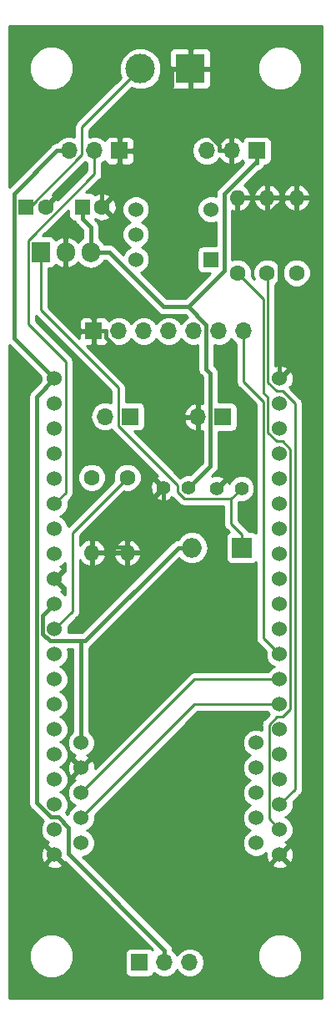
<source format=gtl>
G04 #@! TF.GenerationSoftware,KiCad,Pcbnew,(5.0.0)*
G04 #@! TF.CreationDate,2019-09-04T21:02:57+09:00*
G04 #@! TF.ProjectId,syateki_gun_main,73796174656B695F67756E5F6D61696E,rev?*
G04 #@! TF.SameCoordinates,Original*
G04 #@! TF.FileFunction,Copper,L1,Top,Signal*
G04 #@! TF.FilePolarity,Positive*
%FSLAX46Y46*%
G04 Gerber Fmt 4.6, Leading zero omitted, Abs format (unit mm)*
G04 Created by KiCad (PCBNEW (5.0.0)) date 09/04/19 21:02:57*
%MOMM*%
%LPD*%
G01*
G04 APERTURE LIST*
G04 #@! TA.AperFunction,ComponentPad*
%ADD10C,1.524000*%
G04 #@! TD*
G04 #@! TA.AperFunction,ComponentPad*
%ADD11C,1.600000*%
G04 #@! TD*
G04 #@! TA.AperFunction,ComponentPad*
%ADD12O,1.600000X1.600000*%
G04 #@! TD*
G04 #@! TA.AperFunction,ComponentPad*
%ADD13R,1.600000X1.600000*%
G04 #@! TD*
G04 #@! TA.AperFunction,ComponentPad*
%ADD14C,1.400000*%
G04 #@! TD*
G04 #@! TA.AperFunction,ComponentPad*
%ADD15R,2.000000X2.000000*%
G04 #@! TD*
G04 #@! TA.AperFunction,ComponentPad*
%ADD16O,2.000000X2.000000*%
G04 #@! TD*
G04 #@! TA.AperFunction,ComponentPad*
%ADD17R,3.000000X3.000000*%
G04 #@! TD*
G04 #@! TA.AperFunction,ComponentPad*
%ADD18C,3.000000*%
G04 #@! TD*
G04 #@! TA.AperFunction,ComponentPad*
%ADD19R,1.700000X1.700000*%
G04 #@! TD*
G04 #@! TA.AperFunction,ComponentPad*
%ADD20O,1.700000X1.700000*%
G04 #@! TD*
G04 #@! TA.AperFunction,ComponentPad*
%ADD21R,1.905000X2.000000*%
G04 #@! TD*
G04 #@! TA.AperFunction,ComponentPad*
%ADD22O,1.905000X2.000000*%
G04 #@! TD*
G04 #@! TA.AperFunction,ComponentPad*
%ADD23R,1.524000X1.524000*%
G04 #@! TD*
G04 #@! TA.AperFunction,Conductor*
%ADD24C,0.400000*%
G04 #@! TD*
G04 #@! TA.AperFunction,Conductor*
%ADD25C,0.250000*%
G04 #@! TD*
G04 #@! TA.AperFunction,Conductor*
%ADD26C,0.254000*%
G04 #@! TD*
G04 APERTURE END LIST*
D10*
G04 #@! TO.P,U3,10*
G04 #@! TO.N,Net-(J5-Pad1)*
X52790000Y-127030000D03*
G04 #@! TO.P,U3,9*
G04 #@! TO.N,Net-(J5-Pad2)*
X52790000Y-124490000D03*
G04 #@! TO.P,U3,8*
G04 #@! TO.N,N/C*
X52790000Y-121950000D03*
G04 #@! TO.P,U3,7*
X52790000Y-119410000D03*
G04 #@! TO.P,U3,6*
X52790000Y-116870000D03*
G04 #@! TO.P,U3,5*
G04 #@! TO.N,5V*
X35010000Y-116870000D03*
G04 #@! TO.P,U3,4*
G04 #@! TO.N,GND*
X35010000Y-119410000D03*
G04 #@! TO.P,U3,3*
G04 #@! TO.N,Net-(U2-Pad28)*
X35010000Y-121950000D03*
G04 #@! TO.P,U3,2*
G04 #@! TO.N,Net-(U2-Pad27)*
X35010000Y-124490000D03*
G04 #@! TO.P,U3,1*
G04 #@! TO.N,N/C*
X35010000Y-127030000D03*
G04 #@! TD*
G04 #@! TO.P,U2,40*
G04 #@! TO.N,GND*
X55180000Y-79970000D03*
G04 #@! TO.P,U2,39*
G04 #@! TO.N,Net-(J6-Pad4)*
X55180000Y-82510000D03*
G04 #@! TO.P,U2,38*
G04 #@! TO.N,Net-(J6-Pad5)*
X55180000Y-85050000D03*
G04 #@! TO.P,U2,37*
G04 #@! TO.N,N/C*
X55180000Y-87590000D03*
G04 #@! TO.P,U2,36*
G04 #@! TO.N,Net-(J6-Pad6)*
X55180000Y-90130000D03*
G04 #@! TO.P,U2,35*
G04 #@! TO.N,N/C*
X55180000Y-92670000D03*
G04 #@! TO.P,U2,34*
X55180000Y-95210000D03*
G04 #@! TO.P,U2,33*
G04 #@! TO.N,Net-(J4-Pad1)*
X55180000Y-97750000D03*
G04 #@! TO.P,U2,32*
G04 #@! TO.N,GND*
X55180000Y-100290000D03*
G04 #@! TO.P,U2,31*
G04 #@! TO.N,N/C*
X55180000Y-102830000D03*
G04 #@! TO.P,U2,30*
G04 #@! TO.N,Net-(J6-Pad3)*
X55180000Y-105370000D03*
G04 #@! TO.P,U2,29*
G04 #@! TO.N,Net-(J6-Pad7)*
X55180000Y-107910000D03*
G04 #@! TO.P,U2,28*
G04 #@! TO.N,Net-(U2-Pad28)*
X55180000Y-110450000D03*
G04 #@! TO.P,U2,27*
G04 #@! TO.N,Net-(U2-Pad27)*
X55180000Y-112990000D03*
G04 #@! TO.P,U2,26*
G04 #@! TO.N,N/C*
X55180000Y-115530000D03*
G04 #@! TO.P,U2,25*
X55180000Y-118070000D03*
G04 #@! TO.P,U2,24*
X55180000Y-120610000D03*
G04 #@! TO.P,U2,23*
G04 #@! TO.N,IO35*
X55180000Y-123150000D03*
G04 #@! TO.P,U2,22*
G04 #@! TO.N,IO34*
X55180000Y-125690000D03*
G04 #@! TO.P,U2,21*
G04 #@! TO.N,GND*
X55180000Y-128230000D03*
G04 #@! TO.P,U2,1*
G04 #@! TO.N,3.3V*
X32320000Y-79970000D03*
G04 #@! TO.P,U2,2*
G04 #@! TO.N,N/C*
X32320000Y-82510000D03*
G04 #@! TO.P,U2,3*
G04 #@! TO.N,Net-(R6-Pad1)*
X32320000Y-85050000D03*
G04 #@! TO.P,U2,4*
G04 #@! TO.N,Net-(R7-Pad1)*
X32320000Y-87590000D03*
G04 #@! TO.P,U2,5*
G04 #@! TO.N,N/C*
X32320000Y-90130000D03*
G04 #@! TO.P,U2,6*
G04 #@! TO.N,Net-(J2-Pad2)*
X32320000Y-92670000D03*
G04 #@! TO.P,U2,7*
G04 #@! TO.N,N/C*
X32320000Y-95210000D03*
G04 #@! TO.P,U2,8*
G04 #@! TO.N,Net-(J3-Pad3)*
X32320000Y-97750000D03*
G04 #@! TO.P,U2,9*
G04 #@! TO.N,GND*
X32320000Y-100290000D03*
G04 #@! TO.P,U2,10*
G04 #@! TO.N,5V*
X32320000Y-102830000D03*
G04 #@! TO.P,U2,11*
G04 #@! TO.N,Net-(R1-Pad1)*
X32320000Y-105370000D03*
G04 #@! TO.P,U2,12*
G04 #@! TO.N,N/C*
X32320000Y-107910000D03*
G04 #@! TO.P,U2,13*
X32320000Y-110450000D03*
G04 #@! TO.P,U2,14*
X32320000Y-112990000D03*
G04 #@! TO.P,U2,15*
X32320000Y-115530000D03*
G04 #@! TO.P,U2,16*
X32320000Y-118070000D03*
G04 #@! TO.P,U2,17*
X32320000Y-120610000D03*
G04 #@! TO.P,U2,18*
X32320000Y-123150000D03*
G04 #@! TO.P,U2,19*
X32320000Y-125690000D03*
G04 #@! TO.P,U2,20*
G04 #@! TO.N,GND*
X32320000Y-128230000D03*
G04 #@! TD*
D11*
G04 #@! TO.P,R1,1*
G04 #@! TO.N,Net-(R1-Pad1)*
X39700000Y-90000000D03*
D12*
G04 #@! TO.P,R1,2*
G04 #@! TO.N,GND*
X39700000Y-97620000D03*
G04 #@! TD*
D11*
G04 #@! TO.P,C1,2*
G04 #@! TO.N,GND*
X31400000Y-62550000D03*
D13*
G04 #@! TO.P,C1,1*
G04 #@! TO.N,Net-(C1-Pad1)*
X29400000Y-62550000D03*
G04 #@! TD*
D14*
G04 #@! TO.P,C2,2*
G04 #@! TO.N,GND*
X48800000Y-91100000D03*
G04 #@! TO.P,C2,1*
G04 #@! TO.N,Net-(C1-Pad1)*
X51300000Y-91100000D03*
G04 #@! TD*
G04 #@! TO.P,C3,1*
G04 #@! TO.N,5V*
X45900000Y-91050000D03*
G04 #@! TO.P,C3,2*
G04 #@! TO.N,GND*
X43400000Y-91050000D03*
G04 #@! TD*
D13*
G04 #@! TO.P,C4,1*
G04 #@! TO.N,5V*
X35150000Y-62550000D03*
D11*
G04 #@! TO.P,C4,2*
G04 #@! TO.N,GND*
X37150000Y-62550000D03*
G04 #@! TD*
D15*
G04 #@! TO.P,D1,1*
G04 #@! TO.N,Net-(C1-Pad1)*
X51350000Y-97100000D03*
D16*
G04 #@! TO.P,D1,2*
G04 #@! TO.N,5V*
X46270000Y-97100000D03*
G04 #@! TD*
D17*
G04 #@! TO.P,J1,1*
G04 #@! TO.N,GND*
X46100000Y-48550000D03*
D18*
G04 #@! TO.P,J1,2*
G04 #@! TO.N,Net-(C1-Pad1)*
X41020000Y-48550000D03*
G04 #@! TD*
D19*
G04 #@! TO.P,J2,1*
G04 #@! TO.N,GND*
X38900000Y-56850000D03*
D20*
G04 #@! TO.P,J2,2*
G04 #@! TO.N,Net-(J2-Pad2)*
X36360000Y-56850000D03*
G04 #@! TO.P,J2,3*
G04 #@! TO.N,3.3V*
X33820000Y-56850000D03*
G04 #@! TD*
D19*
G04 #@! TO.P,J3,1*
G04 #@! TO.N,5V*
X52850000Y-56850000D03*
D20*
G04 #@! TO.P,J3,2*
G04 #@! TO.N,GND*
X50310000Y-56850000D03*
G04 #@! TO.P,J3,3*
G04 #@! TO.N,Net-(J3-Pad3)*
X47770000Y-56850000D03*
G04 #@! TD*
D19*
G04 #@! TO.P,J4,1*
G04 #@! TO.N,Net-(J4-Pad1)*
X49400000Y-83850000D03*
D20*
G04 #@! TO.P,J4,2*
G04 #@! TO.N,GND*
X46860000Y-83850000D03*
G04 #@! TD*
D21*
G04 #@! TO.P,U1,1*
G04 #@! TO.N,Net-(C1-Pad1)*
X30900000Y-67150000D03*
D22*
G04 #@! TO.P,U1,2*
G04 #@! TO.N,GND*
X33440000Y-67150000D03*
G04 #@! TO.P,U1,3*
G04 #@! TO.N,5V*
X35980000Y-67150000D03*
G04 #@! TD*
D19*
G04 #@! TO.P,SW1,1*
G04 #@! TO.N,Net-(R1-Pad1)*
X40950000Y-139150000D03*
D20*
G04 #@! TO.P,SW1,2*
G04 #@! TO.N,3.3V*
X43490000Y-139150000D03*
G04 #@! TO.P,SW1,3*
G04 #@! TO.N,N/C*
X46030000Y-139150000D03*
G04 #@! TD*
D19*
G04 #@! TO.P,J5,1*
G04 #@! TO.N,Net-(J5-Pad1)*
X40000000Y-83800000D03*
D20*
G04 #@! TO.P,J5,2*
G04 #@! TO.N,Net-(J5-Pad2)*
X37460000Y-83800000D03*
G04 #@! TD*
D12*
G04 #@! TO.P,R4,2*
G04 #@! TO.N,GND*
X50900000Y-61630000D03*
D11*
G04 #@! TO.P,R4,1*
G04 #@! TO.N,IO34*
X50900000Y-69250000D03*
G04 #@! TD*
G04 #@! TO.P,R5,1*
G04 #@! TO.N,IO35*
X53900000Y-69250000D03*
D12*
G04 #@! TO.P,R5,2*
G04 #@! TO.N,GND*
X53900000Y-61630000D03*
G04 #@! TD*
D11*
G04 #@! TO.P,R6,1*
G04 #@! TO.N,Net-(R6-Pad1)*
X56900000Y-69250000D03*
D12*
G04 #@! TO.P,R6,2*
G04 #@! TO.N,GND*
X56900000Y-61630000D03*
G04 #@! TD*
G04 #@! TO.P,R7,2*
G04 #@! TO.N,GND*
X36100000Y-97620000D03*
D11*
G04 #@! TO.P,R7,1*
G04 #@! TO.N,Net-(R7-Pad1)*
X36100000Y-90000000D03*
G04 #@! TD*
D10*
G04 #@! TO.P,SW2,2*
G04 #@! TO.N,Net-(R7-Pad1)*
X48190000Y-62810000D03*
D23*
G04 #@! TO.P,SW2,1*
G04 #@! TO.N,Net-(R6-Pad1)*
X48190000Y-67890000D03*
D10*
G04 #@! TO.P,SW2,8*
G04 #@! TO.N,IO35*
X40570000Y-62810000D03*
G04 #@! TO.P,SW2,4*
G04 #@! TO.N,IO34*
X40570000Y-67890000D03*
G04 #@! TO.P,SW2,C*
G04 #@! TO.N,3.3V*
X40570000Y-65350000D03*
G04 #@! TD*
D19*
G04 #@! TO.P,J6,1*
G04 #@! TO.N,GND*
X36300000Y-75150000D03*
D20*
G04 #@! TO.P,J6,2*
G04 #@! TO.N,3.3V*
X38840000Y-75150000D03*
G04 #@! TO.P,J6,3*
G04 #@! TO.N,Net-(J6-Pad3)*
X41380000Y-75150000D03*
G04 #@! TO.P,J6,4*
G04 #@! TO.N,Net-(J6-Pad4)*
X43920000Y-75150000D03*
G04 #@! TO.P,J6,5*
G04 #@! TO.N,Net-(J6-Pad5)*
X46460000Y-75150000D03*
G04 #@! TO.P,J6,6*
G04 #@! TO.N,Net-(J6-Pad6)*
X49000000Y-75150000D03*
G04 #@! TO.P,J6,7*
G04 #@! TO.N,Net-(J6-Pad7)*
X51540000Y-75150000D03*
G04 #@! TD*
D24*
G04 #@! TO.N,GND*
X54199700Y-63130000D02*
X53900000Y-62830300D01*
X55180000Y-79970000D02*
X55180000Y-64110300D01*
X55180000Y-64110300D02*
X54199700Y-63130000D01*
X54199700Y-63130000D02*
X55699700Y-61630000D01*
X56900000Y-61630000D02*
X55699700Y-61630000D01*
X36100000Y-97620000D02*
X37300300Y-97620000D01*
X39700000Y-97019800D02*
X37900500Y-97019800D01*
X37900500Y-97019800D02*
X37300300Y-97620000D01*
X39700000Y-97019800D02*
X39700000Y-96419700D01*
X39700000Y-97620000D02*
X39700000Y-97019800D01*
X43400000Y-91050000D02*
X43400000Y-92719700D01*
X43400000Y-92719700D02*
X39700000Y-96419700D01*
X38900000Y-56850000D02*
X38900000Y-58100300D01*
X37150000Y-62550000D02*
X37150000Y-59850300D01*
X37150000Y-59850300D02*
X38900000Y-58100300D01*
X43627200Y-50872500D02*
X44199700Y-50300000D01*
X44199700Y-50300000D02*
X44199700Y-48550000D01*
X38900000Y-55599700D02*
X43627200Y-50872500D01*
X43627200Y-50872500D02*
X49059700Y-56305000D01*
X49059700Y-56305000D02*
X49059700Y-56850000D01*
X50310000Y-56850000D02*
X49059700Y-56850000D01*
X46860000Y-83850000D02*
X45609700Y-83850000D01*
X36300000Y-75150000D02*
X37550300Y-75150000D01*
X45609700Y-83850000D02*
X37550300Y-75790600D01*
X37550300Y-75790600D02*
X37550300Y-75150000D01*
X36300000Y-75150000D02*
X36300000Y-73899700D01*
X36300000Y-73899700D02*
X33440000Y-71039700D01*
X33440000Y-71039700D02*
X33440000Y-67150000D01*
X46100000Y-48550000D02*
X44199700Y-48550000D01*
X38900000Y-56850000D02*
X38900000Y-55599700D01*
X53900000Y-61630000D02*
X53900000Y-62830300D01*
D25*
G04 #@! TO.N,Net-(C1-Pad1)*
X29400000Y-62550000D02*
X29787600Y-62550000D01*
X29787600Y-62550000D02*
X35090000Y-57247600D01*
X35090000Y-57247600D02*
X35090000Y-54480000D01*
X35090000Y-54480000D02*
X41020000Y-48550000D01*
X50263900Y-92136100D02*
X45508600Y-92136100D01*
X45508600Y-92136100D02*
X44787300Y-91414800D01*
X44787300Y-91414800D02*
X44787300Y-90754200D01*
X44787300Y-90754200D02*
X38775600Y-84742500D01*
X38775600Y-84742500D02*
X38775600Y-80901100D01*
X38775600Y-80901100D02*
X30900000Y-73025500D01*
X30900000Y-73025500D02*
X30900000Y-67150000D01*
X51350000Y-97100000D02*
X51350000Y-95774700D01*
X50263900Y-92136100D02*
X51300000Y-91100000D01*
X51350000Y-95774700D02*
X50263900Y-94688600D01*
X50263900Y-94688600D02*
X50263900Y-92136100D01*
G04 #@! TO.N,Net-(J2-Pad2)*
X36360000Y-56850000D02*
X36360000Y-59202600D01*
X36360000Y-59202600D02*
X29622100Y-65940500D01*
X29622100Y-65940500D02*
X29622100Y-74416400D01*
X29622100Y-74416400D02*
X33458700Y-78253000D01*
X33458700Y-78253000D02*
X33458700Y-91531300D01*
X33458700Y-91531300D02*
X32320000Y-92670000D01*
D24*
G04 #@! TO.N,3.3V*
X43490000Y-139150000D02*
X43490000Y-137899700D01*
X43490000Y-137899700D02*
X33740000Y-128149700D01*
X33740000Y-128149700D02*
X33740000Y-125453800D01*
X33740000Y-125453800D02*
X32706200Y-124420000D01*
X32706200Y-124420000D02*
X31931800Y-124420000D01*
X31931800Y-124420000D02*
X30503000Y-122991200D01*
X30503000Y-122991200D02*
X30503000Y-81787000D01*
X30503000Y-81787000D02*
X32320000Y-79970000D01*
X33820000Y-56850000D02*
X32569700Y-56850000D01*
X32320000Y-79970000D02*
X28199600Y-75849600D01*
X28199600Y-75849600D02*
X28199600Y-61220100D01*
X28199600Y-61220100D02*
X32569700Y-56850000D01*
G04 #@! TO.N,5V*
X35010000Y-106540000D02*
X31823800Y-106540000D01*
X31823800Y-106540000D02*
X31124200Y-105840400D01*
X31124200Y-105840400D02*
X31124200Y-104025800D01*
X31124200Y-104025800D02*
X32320000Y-102830000D01*
X44869700Y-97100000D02*
X35429700Y-106540000D01*
X35429700Y-106540000D02*
X35010000Y-106540000D01*
X35010000Y-106540000D02*
X35010000Y-116870000D01*
X46270000Y-97100000D02*
X44869700Y-97100000D01*
X45898000Y-72687800D02*
X43410700Y-72687800D01*
X43410700Y-72687800D02*
X37872900Y-67150000D01*
X37872900Y-67150000D02*
X37332800Y-67150000D01*
X35980000Y-67150000D02*
X37332800Y-67150000D01*
X35980000Y-67150000D02*
X35980000Y-64580300D01*
X35980000Y-64580300D02*
X35150000Y-63750300D01*
X45898000Y-72687800D02*
X47710400Y-74500200D01*
X47710400Y-74500200D02*
X47710400Y-78980100D01*
X47710400Y-78980100D02*
X48149600Y-79419300D01*
X48149600Y-79419300D02*
X48149600Y-88800400D01*
X48149600Y-88800400D02*
X45900000Y-91050000D01*
X52850000Y-58100300D02*
X52693700Y-58100300D01*
X52693700Y-58100300D02*
X49526000Y-61268000D01*
X49526000Y-61268000D02*
X49526000Y-69059800D01*
X49526000Y-69059800D02*
X45898000Y-72687800D01*
X52850000Y-56850000D02*
X52850000Y-58100300D01*
X35150000Y-62550000D02*
X35150000Y-63750300D01*
D25*
G04 #@! TO.N,Net-(R1-Pad1)*
X32320000Y-105370000D02*
X34118100Y-103571900D01*
X34118100Y-103571900D02*
X34118100Y-95581900D01*
X34118100Y-95581900D02*
X39700000Y-90000000D01*
G04 #@! TO.N,Net-(U2-Pad28)*
X55180000Y-110450000D02*
X46510000Y-110450000D01*
X46510000Y-110450000D02*
X35010000Y-121950000D01*
G04 #@! TO.N,Net-(U2-Pad27)*
X55180000Y-112990000D02*
X46510000Y-112990000D01*
X46510000Y-112990000D02*
X35010000Y-124490000D01*
G04 #@! TO.N,Net-(J6-Pad7)*
X51540000Y-76325300D02*
X51540000Y-80309600D01*
X51540000Y-80309600D02*
X53515400Y-82285000D01*
X53515400Y-82285000D02*
X53515400Y-106245400D01*
X53515400Y-106245400D02*
X55180000Y-107910000D01*
X51540000Y-75150000D02*
X51540000Y-76325300D01*
G04 #@! TO.N,IO34*
X50900000Y-69250000D02*
X53515400Y-71865400D01*
X53515400Y-71865400D02*
X53515400Y-81422800D01*
X53515400Y-81422800D02*
X53965800Y-81873200D01*
X53965800Y-81873200D02*
X53965800Y-85413600D01*
X53965800Y-85413600D02*
X54872200Y-86320000D01*
X54872200Y-86320000D02*
X55483200Y-86320000D01*
X55483200Y-86320000D02*
X56276400Y-87113200D01*
X56276400Y-87113200D02*
X56276400Y-113447400D01*
X56276400Y-113447400D02*
X55463800Y-114260000D01*
X55463800Y-114260000D02*
X54898800Y-114260000D01*
X54898800Y-114260000D02*
X54092600Y-115066200D01*
X54092600Y-115066200D02*
X54092600Y-124602600D01*
X54092600Y-124602600D02*
X55180000Y-125690000D01*
G04 #@! TO.N,IO35*
X55180000Y-123150000D02*
X56726700Y-121603300D01*
X56726700Y-121603300D02*
X56726700Y-82484000D01*
X56726700Y-82484000D02*
X55482700Y-81240000D01*
X55482700Y-81240000D02*
X54872200Y-81240000D01*
X54872200Y-81240000D02*
X53965800Y-80333600D01*
X53965800Y-80333600D02*
X53965800Y-69315800D01*
X53965800Y-69315800D02*
X53900000Y-69250000D01*
G04 #@! TD*
D26*
G04 #@! TO.N,GND*
G36*
X59490000Y-142790000D02*
X27710000Y-142790000D01*
X27710000Y-138055431D01*
X29765000Y-138055431D01*
X29765000Y-138944569D01*
X30105259Y-139766026D01*
X30733974Y-140394741D01*
X31555431Y-140735000D01*
X32444569Y-140735000D01*
X33266026Y-140394741D01*
X33894741Y-139766026D01*
X34235000Y-138944569D01*
X34235000Y-138055431D01*
X33894741Y-137233974D01*
X33266026Y-136605259D01*
X32444569Y-136265000D01*
X31555431Y-136265000D01*
X30733974Y-136605259D01*
X30105259Y-137233974D01*
X29765000Y-138055431D01*
X27710000Y-138055431D01*
X27710000Y-129210213D01*
X31519392Y-129210213D01*
X31588857Y-129452397D01*
X32112302Y-129639144D01*
X32667368Y-129611362D01*
X33051143Y-129452397D01*
X33120608Y-129210213D01*
X32320000Y-128409605D01*
X31519392Y-129210213D01*
X27710000Y-129210213D01*
X27710000Y-128022302D01*
X30910856Y-128022302D01*
X30938638Y-128577368D01*
X31097603Y-128961143D01*
X31339787Y-129030608D01*
X32140395Y-128230000D01*
X31339787Y-127429392D01*
X31097603Y-127498857D01*
X30910856Y-128022302D01*
X27710000Y-128022302D01*
X27710000Y-76540867D01*
X30923000Y-79753868D01*
X30923000Y-80186132D01*
X29970718Y-81138415D01*
X29901000Y-81184999D01*
X29854416Y-81254717D01*
X29716448Y-81461200D01*
X29651643Y-81787000D01*
X29668001Y-81869238D01*
X29668000Y-122908967D01*
X29651643Y-122991200D01*
X29668000Y-123073433D01*
X29668000Y-123073436D01*
X29716448Y-123317000D01*
X29900999Y-123593201D01*
X29970720Y-123639787D01*
X31182637Y-124851706D01*
X31135680Y-124898663D01*
X30923000Y-125412119D01*
X30923000Y-125967881D01*
X31135680Y-126481337D01*
X31528663Y-126874320D01*
X31719647Y-126953428D01*
X31588857Y-127007603D01*
X31519392Y-127249787D01*
X32320000Y-128050395D01*
X32334143Y-128036253D01*
X32513748Y-128215858D01*
X32499605Y-128230000D01*
X33300213Y-129030608D01*
X33408874Y-128999441D01*
X42239166Y-137829734D01*
X42047765Y-137701843D01*
X41800000Y-137652560D01*
X40100000Y-137652560D01*
X39852235Y-137701843D01*
X39642191Y-137842191D01*
X39501843Y-138052235D01*
X39452560Y-138300000D01*
X39452560Y-140000000D01*
X39501843Y-140247765D01*
X39642191Y-140457809D01*
X39852235Y-140598157D01*
X40100000Y-140647440D01*
X41800000Y-140647440D01*
X42047765Y-140598157D01*
X42257809Y-140457809D01*
X42398157Y-140247765D01*
X42407184Y-140202381D01*
X42419375Y-140220625D01*
X42910582Y-140548839D01*
X43343744Y-140635000D01*
X43636256Y-140635000D01*
X44069418Y-140548839D01*
X44560625Y-140220625D01*
X44760000Y-139922239D01*
X44959375Y-140220625D01*
X45450582Y-140548839D01*
X45883744Y-140635000D01*
X46176256Y-140635000D01*
X46609418Y-140548839D01*
X47100625Y-140220625D01*
X47428839Y-139729418D01*
X47544092Y-139150000D01*
X47428839Y-138570582D01*
X47100625Y-138079375D01*
X47064791Y-138055431D01*
X52965000Y-138055431D01*
X52965000Y-138944569D01*
X53305259Y-139766026D01*
X53933974Y-140394741D01*
X54755431Y-140735000D01*
X55644569Y-140735000D01*
X56466026Y-140394741D01*
X57094741Y-139766026D01*
X57435000Y-138944569D01*
X57435000Y-138055431D01*
X57094741Y-137233974D01*
X56466026Y-136605259D01*
X55644569Y-136265000D01*
X54755431Y-136265000D01*
X53933974Y-136605259D01*
X53305259Y-137233974D01*
X52965000Y-138055431D01*
X47064791Y-138055431D01*
X46609418Y-137751161D01*
X46176256Y-137665000D01*
X45883744Y-137665000D01*
X45450582Y-137751161D01*
X44959375Y-138079375D01*
X44760000Y-138377761D01*
X44560625Y-138079375D01*
X44335534Y-137928974D01*
X44341357Y-137899699D01*
X44325000Y-137817466D01*
X44325000Y-137817463D01*
X44276552Y-137573899D01*
X44092001Y-137297699D01*
X44022283Y-137251115D01*
X35981381Y-129210213D01*
X54379392Y-129210213D01*
X54448857Y-129452397D01*
X54972302Y-129639144D01*
X55527368Y-129611362D01*
X55911143Y-129452397D01*
X55980608Y-129210213D01*
X55180000Y-128409605D01*
X54379392Y-129210213D01*
X35981381Y-129210213D01*
X35198167Y-128427000D01*
X35287881Y-128427000D01*
X35801337Y-128214320D01*
X36194320Y-127821337D01*
X36407000Y-127307881D01*
X36407000Y-126752119D01*
X36194320Y-126238663D01*
X35801337Y-125845680D01*
X35594487Y-125760000D01*
X35801337Y-125674320D01*
X36194320Y-125281337D01*
X36407000Y-124767881D01*
X36407000Y-124212119D01*
X36394020Y-124180781D01*
X46824802Y-113750000D01*
X53982700Y-113750000D01*
X53995680Y-113781337D01*
X54149171Y-113934828D01*
X53608130Y-114475869D01*
X53544671Y-114518271D01*
X53376696Y-114769664D01*
X53332600Y-114991349D01*
X53332600Y-114991353D01*
X53317712Y-115066200D01*
X53332600Y-115141047D01*
X53332600Y-115582650D01*
X53067881Y-115473000D01*
X52512119Y-115473000D01*
X51998663Y-115685680D01*
X51605680Y-116078663D01*
X51393000Y-116592119D01*
X51393000Y-117147881D01*
X51605680Y-117661337D01*
X51998663Y-118054320D01*
X52205513Y-118140000D01*
X51998663Y-118225680D01*
X51605680Y-118618663D01*
X51393000Y-119132119D01*
X51393000Y-119687881D01*
X51605680Y-120201337D01*
X51998663Y-120594320D01*
X52205513Y-120680000D01*
X51998663Y-120765680D01*
X51605680Y-121158663D01*
X51393000Y-121672119D01*
X51393000Y-122227881D01*
X51605680Y-122741337D01*
X51998663Y-123134320D01*
X52205513Y-123220000D01*
X51998663Y-123305680D01*
X51605680Y-123698663D01*
X51393000Y-124212119D01*
X51393000Y-124767881D01*
X51605680Y-125281337D01*
X51998663Y-125674320D01*
X52205513Y-125760000D01*
X51998663Y-125845680D01*
X51605680Y-126238663D01*
X51393000Y-126752119D01*
X51393000Y-127307881D01*
X51605680Y-127821337D01*
X51998663Y-128214320D01*
X52512119Y-128427000D01*
X53067881Y-128427000D01*
X53581337Y-128214320D01*
X53770975Y-128024682D01*
X53798638Y-128577368D01*
X53957603Y-128961143D01*
X54199787Y-129030608D01*
X55000395Y-128230000D01*
X55359605Y-128230000D01*
X56160213Y-129030608D01*
X56402397Y-128961143D01*
X56589144Y-128437698D01*
X56561362Y-127882632D01*
X56402397Y-127498857D01*
X56160213Y-127429392D01*
X55359605Y-128230000D01*
X55000395Y-128230000D01*
X54986253Y-128215858D01*
X55165858Y-128036253D01*
X55180000Y-128050395D01*
X55980608Y-127249787D01*
X55911143Y-127007603D01*
X55770607Y-126957465D01*
X55971337Y-126874320D01*
X56364320Y-126481337D01*
X56577000Y-125967881D01*
X56577000Y-125412119D01*
X56364320Y-124898663D01*
X55971337Y-124505680D01*
X55764487Y-124420000D01*
X55971337Y-124334320D01*
X56364320Y-123941337D01*
X56577000Y-123427881D01*
X56577000Y-122872119D01*
X56564020Y-122840782D01*
X57211173Y-122193629D01*
X57274629Y-122151229D01*
X57442604Y-121899837D01*
X57486700Y-121678152D01*
X57486700Y-121678148D01*
X57501588Y-121603301D01*
X57486700Y-121528454D01*
X57486700Y-82558848D01*
X57501588Y-82484000D01*
X57486700Y-82409152D01*
X57486700Y-82409148D01*
X57442604Y-82187463D01*
X57442604Y-82187462D01*
X57317029Y-81999527D01*
X57274629Y-81936071D01*
X57211173Y-81893671D01*
X56239173Y-80921671D01*
X56275226Y-80885618D01*
X56160215Y-80770607D01*
X56402397Y-80701143D01*
X56589144Y-80177698D01*
X56561362Y-79622632D01*
X56402397Y-79238857D01*
X56160213Y-79169392D01*
X55359605Y-79970000D01*
X55373748Y-79984143D01*
X55194143Y-80163748D01*
X55180000Y-80149605D01*
X55165858Y-80163748D01*
X54986253Y-79984143D01*
X55000395Y-79970000D01*
X54986253Y-79955858D01*
X55165858Y-79776253D01*
X55180000Y-79790395D01*
X55980608Y-78989787D01*
X55911143Y-78747603D01*
X55387698Y-78560856D01*
X54832632Y-78588638D01*
X54725800Y-78632889D01*
X54725800Y-70453596D01*
X55116534Y-70062862D01*
X55335000Y-69535439D01*
X55335000Y-68964561D01*
X55465000Y-68964561D01*
X55465000Y-69535439D01*
X55683466Y-70062862D01*
X56087138Y-70466534D01*
X56614561Y-70685000D01*
X57185439Y-70685000D01*
X57712862Y-70466534D01*
X58116534Y-70062862D01*
X58335000Y-69535439D01*
X58335000Y-68964561D01*
X58116534Y-68437138D01*
X57712862Y-68033466D01*
X57185439Y-67815000D01*
X56614561Y-67815000D01*
X56087138Y-68033466D01*
X55683466Y-68437138D01*
X55465000Y-68964561D01*
X55335000Y-68964561D01*
X55116534Y-68437138D01*
X54712862Y-68033466D01*
X54185439Y-67815000D01*
X53614561Y-67815000D01*
X53087138Y-68033466D01*
X52683466Y-68437138D01*
X52465000Y-68964561D01*
X52465000Y-69535439D01*
X52609787Y-69884986D01*
X52313103Y-69588302D01*
X52335000Y-69535439D01*
X52335000Y-68964561D01*
X52116534Y-68437138D01*
X51712862Y-68033466D01*
X51185439Y-67815000D01*
X50614561Y-67815000D01*
X50361000Y-67920029D01*
X50361000Y-62943225D01*
X50550961Y-63021904D01*
X50773000Y-62899915D01*
X50773000Y-61757000D01*
X51027000Y-61757000D01*
X51027000Y-62899915D01*
X51249039Y-63021904D01*
X51637423Y-62861041D01*
X52052389Y-62485134D01*
X52291914Y-61979041D01*
X52508086Y-61979041D01*
X52747611Y-62485134D01*
X53162577Y-62861041D01*
X53550961Y-63021904D01*
X53773000Y-62899915D01*
X53773000Y-61757000D01*
X54027000Y-61757000D01*
X54027000Y-62899915D01*
X54249039Y-63021904D01*
X54637423Y-62861041D01*
X55052389Y-62485134D01*
X55291914Y-61979041D01*
X55508086Y-61979041D01*
X55747611Y-62485134D01*
X56162577Y-62861041D01*
X56550961Y-63021904D01*
X56773000Y-62899915D01*
X56773000Y-61757000D01*
X57027000Y-61757000D01*
X57027000Y-62899915D01*
X57249039Y-63021904D01*
X57637423Y-62861041D01*
X58052389Y-62485134D01*
X58291914Y-61979041D01*
X58170629Y-61757000D01*
X57027000Y-61757000D01*
X56773000Y-61757000D01*
X55629371Y-61757000D01*
X55508086Y-61979041D01*
X55291914Y-61979041D01*
X55170629Y-61757000D01*
X54027000Y-61757000D01*
X53773000Y-61757000D01*
X52629371Y-61757000D01*
X52508086Y-61979041D01*
X52291914Y-61979041D01*
X52170629Y-61757000D01*
X51027000Y-61757000D01*
X50773000Y-61757000D01*
X50753000Y-61757000D01*
X50753000Y-61503000D01*
X50773000Y-61503000D01*
X50773000Y-61483000D01*
X51027000Y-61483000D01*
X51027000Y-61503000D01*
X52170629Y-61503000D01*
X52291914Y-61280959D01*
X52508086Y-61280959D01*
X52629371Y-61503000D01*
X53773000Y-61503000D01*
X53773000Y-60360085D01*
X54027000Y-60360085D01*
X54027000Y-61503000D01*
X55170629Y-61503000D01*
X55291914Y-61280959D01*
X55508086Y-61280959D01*
X55629371Y-61503000D01*
X56773000Y-61503000D01*
X56773000Y-60360085D01*
X57027000Y-60360085D01*
X57027000Y-61503000D01*
X58170629Y-61503000D01*
X58291914Y-61280959D01*
X58052389Y-60774866D01*
X57637423Y-60398959D01*
X57249039Y-60238096D01*
X57027000Y-60360085D01*
X56773000Y-60360085D01*
X56550961Y-60238096D01*
X56162577Y-60398959D01*
X55747611Y-60774866D01*
X55508086Y-61280959D01*
X55291914Y-61280959D01*
X55052389Y-60774866D01*
X54637423Y-60398959D01*
X54249039Y-60238096D01*
X54027000Y-60360085D01*
X53773000Y-60360085D01*
X53550961Y-60238096D01*
X53162577Y-60398959D01*
X52747611Y-60774866D01*
X52508086Y-61280959D01*
X52291914Y-61280959D01*
X52052389Y-60774866D01*
X51637423Y-60398959D01*
X51593925Y-60380943D01*
X53066220Y-58908649D01*
X53175801Y-58886852D01*
X53452001Y-58702301D01*
X53636552Y-58426101D01*
X53652199Y-58347440D01*
X53700000Y-58347440D01*
X53947765Y-58298157D01*
X54157809Y-58157809D01*
X54298157Y-57947765D01*
X54347440Y-57700000D01*
X54347440Y-56000000D01*
X54298157Y-55752235D01*
X54157809Y-55542191D01*
X53947765Y-55401843D01*
X53700000Y-55352560D01*
X52000000Y-55352560D01*
X51752235Y-55401843D01*
X51542191Y-55542191D01*
X51401843Y-55752235D01*
X51381261Y-55855708D01*
X51076924Y-55578355D01*
X50666890Y-55408524D01*
X50437000Y-55529845D01*
X50437000Y-56723000D01*
X50457000Y-56723000D01*
X50457000Y-56977000D01*
X50437000Y-56977000D01*
X50437000Y-58170155D01*
X50666890Y-58291476D01*
X51076924Y-58121645D01*
X51381261Y-57844292D01*
X51401843Y-57947765D01*
X51507396Y-58105735D01*
X48993720Y-60619413D01*
X48923999Y-60665999D01*
X48739448Y-60942200D01*
X48691000Y-61185764D01*
X48691000Y-61185767D01*
X48674643Y-61268000D01*
X48691000Y-61350233D01*
X48691000Y-61505419D01*
X48467881Y-61413000D01*
X47912119Y-61413000D01*
X47398663Y-61625680D01*
X47005680Y-62018663D01*
X46793000Y-62532119D01*
X46793000Y-63087881D01*
X47005680Y-63601337D01*
X47398663Y-63994320D01*
X47912119Y-64207000D01*
X48467881Y-64207000D01*
X48691000Y-64114581D01*
X48691001Y-66480560D01*
X47428000Y-66480560D01*
X47180235Y-66529843D01*
X46970191Y-66670191D01*
X46829843Y-66880235D01*
X46780560Y-67128000D01*
X46780560Y-68652000D01*
X46829843Y-68899765D01*
X46970191Y-69109809D01*
X47180235Y-69250157D01*
X47428000Y-69299440D01*
X48105492Y-69299440D01*
X45552133Y-71852800D01*
X43756568Y-71852800D01*
X41090338Y-69186571D01*
X41361337Y-69074320D01*
X41754320Y-68681337D01*
X41967000Y-68167881D01*
X41967000Y-67612119D01*
X41754320Y-67098663D01*
X41361337Y-66705680D01*
X41154487Y-66620000D01*
X41361337Y-66534320D01*
X41754320Y-66141337D01*
X41967000Y-65627881D01*
X41967000Y-65072119D01*
X41754320Y-64558663D01*
X41361337Y-64165680D01*
X41154487Y-64080000D01*
X41361337Y-63994320D01*
X41754320Y-63601337D01*
X41967000Y-63087881D01*
X41967000Y-62532119D01*
X41754320Y-62018663D01*
X41361337Y-61625680D01*
X40847881Y-61413000D01*
X40292119Y-61413000D01*
X39778663Y-61625680D01*
X39385680Y-62018663D01*
X39173000Y-62532119D01*
X39173000Y-63087881D01*
X39385680Y-63601337D01*
X39778663Y-63994320D01*
X39985513Y-64080000D01*
X39778663Y-64165680D01*
X39385680Y-64558663D01*
X39173000Y-65072119D01*
X39173000Y-65627881D01*
X39385680Y-66141337D01*
X39778663Y-66534320D01*
X39985513Y-66620000D01*
X39778663Y-66705680D01*
X39385680Y-67098663D01*
X39273429Y-67369662D01*
X38521487Y-66617720D01*
X38474901Y-66547999D01*
X38198701Y-66363448D01*
X37955137Y-66315000D01*
X37955133Y-66315000D01*
X37872900Y-66298643D01*
X37790667Y-66315000D01*
X37363078Y-66315000D01*
X37124523Y-65957977D01*
X36815000Y-65751161D01*
X36815000Y-64662532D01*
X36831357Y-64580299D01*
X36815000Y-64498066D01*
X36815000Y-64498063D01*
X36766552Y-64254499D01*
X36582001Y-63978299D01*
X36512285Y-63931716D01*
X36396161Y-63815592D01*
X36407516Y-63808005D01*
X36933223Y-63996965D01*
X37503454Y-63969778D01*
X37904005Y-63803864D01*
X37978139Y-63557745D01*
X37150000Y-62729605D01*
X37135858Y-62743748D01*
X36956253Y-62564143D01*
X36970395Y-62550000D01*
X37329605Y-62550000D01*
X38157745Y-63378139D01*
X38403864Y-63304005D01*
X38596965Y-62766777D01*
X38569778Y-62196546D01*
X38403864Y-61795995D01*
X38157745Y-61721861D01*
X37329605Y-62550000D01*
X36970395Y-62550000D01*
X36956253Y-62535858D01*
X37135858Y-62356252D01*
X37150000Y-62370395D01*
X37978139Y-61542255D01*
X37904005Y-61296136D01*
X37366777Y-61103035D01*
X36796546Y-61130222D01*
X36406933Y-61291605D01*
X36197765Y-61151843D01*
X35950000Y-61102560D01*
X35534842Y-61102560D01*
X36844473Y-59792929D01*
X36907929Y-59750529D01*
X37075904Y-59499137D01*
X37120000Y-59277452D01*
X37120000Y-59277448D01*
X37134888Y-59202600D01*
X37120000Y-59127752D01*
X37120000Y-58128178D01*
X37430625Y-57920625D01*
X37445096Y-57898967D01*
X37511673Y-58059698D01*
X37690301Y-58238327D01*
X37923690Y-58335000D01*
X38614250Y-58335000D01*
X38773000Y-58176250D01*
X38773000Y-56977000D01*
X39027000Y-56977000D01*
X39027000Y-58176250D01*
X39185750Y-58335000D01*
X39876310Y-58335000D01*
X40109699Y-58238327D01*
X40288327Y-58059698D01*
X40385000Y-57826309D01*
X40385000Y-57135750D01*
X40226250Y-56977000D01*
X39027000Y-56977000D01*
X38773000Y-56977000D01*
X38753000Y-56977000D01*
X38753000Y-56850000D01*
X46255908Y-56850000D01*
X46371161Y-57429418D01*
X46699375Y-57920625D01*
X47190582Y-58248839D01*
X47623744Y-58335000D01*
X47916256Y-58335000D01*
X48349418Y-58248839D01*
X48840625Y-57920625D01*
X49053843Y-57601522D01*
X49114817Y-57731358D01*
X49543076Y-58121645D01*
X49953110Y-58291476D01*
X50183000Y-58170155D01*
X50183000Y-56977000D01*
X50163000Y-56977000D01*
X50163000Y-56723000D01*
X50183000Y-56723000D01*
X50183000Y-55529845D01*
X49953110Y-55408524D01*
X49543076Y-55578355D01*
X49114817Y-55968642D01*
X49053843Y-56098478D01*
X48840625Y-55779375D01*
X48349418Y-55451161D01*
X47916256Y-55365000D01*
X47623744Y-55365000D01*
X47190582Y-55451161D01*
X46699375Y-55779375D01*
X46371161Y-56270582D01*
X46255908Y-56850000D01*
X38753000Y-56850000D01*
X38753000Y-56723000D01*
X38773000Y-56723000D01*
X38773000Y-55523750D01*
X39027000Y-55523750D01*
X39027000Y-56723000D01*
X40226250Y-56723000D01*
X40385000Y-56564250D01*
X40385000Y-55873691D01*
X40288327Y-55640302D01*
X40109699Y-55461673D01*
X39876310Y-55365000D01*
X39185750Y-55365000D01*
X39027000Y-55523750D01*
X38773000Y-55523750D01*
X38614250Y-55365000D01*
X37923690Y-55365000D01*
X37690301Y-55461673D01*
X37511673Y-55640302D01*
X37445096Y-55801033D01*
X37430625Y-55779375D01*
X36939418Y-55451161D01*
X36506256Y-55365000D01*
X36213744Y-55365000D01*
X35850000Y-55437353D01*
X35850000Y-54794801D01*
X40145942Y-50498861D01*
X40595322Y-50685000D01*
X41444678Y-50685000D01*
X42229380Y-50359966D01*
X42829966Y-49759380D01*
X43155000Y-48974678D01*
X43155000Y-48835750D01*
X43965000Y-48835750D01*
X43965000Y-50176310D01*
X44061673Y-50409699D01*
X44240302Y-50588327D01*
X44473691Y-50685000D01*
X45814250Y-50685000D01*
X45973000Y-50526250D01*
X45973000Y-48677000D01*
X46227000Y-48677000D01*
X46227000Y-50526250D01*
X46385750Y-50685000D01*
X47726309Y-50685000D01*
X47959698Y-50588327D01*
X48138327Y-50409699D01*
X48235000Y-50176310D01*
X48235000Y-48835750D01*
X48076250Y-48677000D01*
X46227000Y-48677000D01*
X45973000Y-48677000D01*
X44123750Y-48677000D01*
X43965000Y-48835750D01*
X43155000Y-48835750D01*
X43155000Y-48125322D01*
X42829966Y-47340620D01*
X42413036Y-46923690D01*
X43965000Y-46923690D01*
X43965000Y-48264250D01*
X44123750Y-48423000D01*
X45973000Y-48423000D01*
X45973000Y-46573750D01*
X46227000Y-46573750D01*
X46227000Y-48423000D01*
X48076250Y-48423000D01*
X48235000Y-48264250D01*
X48235000Y-48055431D01*
X52965000Y-48055431D01*
X52965000Y-48944569D01*
X53305259Y-49766026D01*
X53933974Y-50394741D01*
X54755431Y-50735000D01*
X55644569Y-50735000D01*
X56466026Y-50394741D01*
X57094741Y-49766026D01*
X57435000Y-48944569D01*
X57435000Y-48055431D01*
X57094741Y-47233974D01*
X56466026Y-46605259D01*
X55644569Y-46265000D01*
X54755431Y-46265000D01*
X53933974Y-46605259D01*
X53305259Y-47233974D01*
X52965000Y-48055431D01*
X48235000Y-48055431D01*
X48235000Y-46923690D01*
X48138327Y-46690301D01*
X47959698Y-46511673D01*
X47726309Y-46415000D01*
X46385750Y-46415000D01*
X46227000Y-46573750D01*
X45973000Y-46573750D01*
X45814250Y-46415000D01*
X44473691Y-46415000D01*
X44240302Y-46511673D01*
X44061673Y-46690301D01*
X43965000Y-46923690D01*
X42413036Y-46923690D01*
X42229380Y-46740034D01*
X41444678Y-46415000D01*
X40595322Y-46415000D01*
X39810620Y-46740034D01*
X39210034Y-47340620D01*
X38885000Y-48125322D01*
X38885000Y-48974678D01*
X39071139Y-49424058D01*
X34605528Y-53889671D01*
X34542072Y-53932071D01*
X34499672Y-53995527D01*
X34499671Y-53995528D01*
X34374097Y-54183463D01*
X34315112Y-54480000D01*
X34330001Y-54554852D01*
X34330001Y-55437353D01*
X33966256Y-55365000D01*
X33673744Y-55365000D01*
X33240582Y-55451161D01*
X32749375Y-55779375D01*
X32598975Y-56004465D01*
X32569700Y-55998642D01*
X32487463Y-56015000D01*
X32243899Y-56063448D01*
X31967699Y-56247999D01*
X31921115Y-56317717D01*
X27710000Y-60528833D01*
X27710000Y-48055431D01*
X29765000Y-48055431D01*
X29765000Y-48944569D01*
X30105259Y-49766026D01*
X30733974Y-50394741D01*
X31555431Y-50735000D01*
X32444569Y-50735000D01*
X33266026Y-50394741D01*
X33894741Y-49766026D01*
X34235000Y-48944569D01*
X34235000Y-48055431D01*
X33894741Y-47233974D01*
X33266026Y-46605259D01*
X32444569Y-46265000D01*
X31555431Y-46265000D01*
X30733974Y-46605259D01*
X30105259Y-47233974D01*
X29765000Y-48055431D01*
X27710000Y-48055431D01*
X27710000Y-44210000D01*
X59490001Y-44210000D01*
X59490000Y-142790000D01*
X59490000Y-142790000D01*
G37*
X59490000Y-142790000D02*
X27710000Y-142790000D01*
X27710000Y-138055431D01*
X29765000Y-138055431D01*
X29765000Y-138944569D01*
X30105259Y-139766026D01*
X30733974Y-140394741D01*
X31555431Y-140735000D01*
X32444569Y-140735000D01*
X33266026Y-140394741D01*
X33894741Y-139766026D01*
X34235000Y-138944569D01*
X34235000Y-138055431D01*
X33894741Y-137233974D01*
X33266026Y-136605259D01*
X32444569Y-136265000D01*
X31555431Y-136265000D01*
X30733974Y-136605259D01*
X30105259Y-137233974D01*
X29765000Y-138055431D01*
X27710000Y-138055431D01*
X27710000Y-129210213D01*
X31519392Y-129210213D01*
X31588857Y-129452397D01*
X32112302Y-129639144D01*
X32667368Y-129611362D01*
X33051143Y-129452397D01*
X33120608Y-129210213D01*
X32320000Y-128409605D01*
X31519392Y-129210213D01*
X27710000Y-129210213D01*
X27710000Y-128022302D01*
X30910856Y-128022302D01*
X30938638Y-128577368D01*
X31097603Y-128961143D01*
X31339787Y-129030608D01*
X32140395Y-128230000D01*
X31339787Y-127429392D01*
X31097603Y-127498857D01*
X30910856Y-128022302D01*
X27710000Y-128022302D01*
X27710000Y-76540867D01*
X30923000Y-79753868D01*
X30923000Y-80186132D01*
X29970718Y-81138415D01*
X29901000Y-81184999D01*
X29854416Y-81254717D01*
X29716448Y-81461200D01*
X29651643Y-81787000D01*
X29668001Y-81869238D01*
X29668000Y-122908967D01*
X29651643Y-122991200D01*
X29668000Y-123073433D01*
X29668000Y-123073436D01*
X29716448Y-123317000D01*
X29900999Y-123593201D01*
X29970720Y-123639787D01*
X31182637Y-124851706D01*
X31135680Y-124898663D01*
X30923000Y-125412119D01*
X30923000Y-125967881D01*
X31135680Y-126481337D01*
X31528663Y-126874320D01*
X31719647Y-126953428D01*
X31588857Y-127007603D01*
X31519392Y-127249787D01*
X32320000Y-128050395D01*
X32334143Y-128036253D01*
X32513748Y-128215858D01*
X32499605Y-128230000D01*
X33300213Y-129030608D01*
X33408874Y-128999441D01*
X42239166Y-137829734D01*
X42047765Y-137701843D01*
X41800000Y-137652560D01*
X40100000Y-137652560D01*
X39852235Y-137701843D01*
X39642191Y-137842191D01*
X39501843Y-138052235D01*
X39452560Y-138300000D01*
X39452560Y-140000000D01*
X39501843Y-140247765D01*
X39642191Y-140457809D01*
X39852235Y-140598157D01*
X40100000Y-140647440D01*
X41800000Y-140647440D01*
X42047765Y-140598157D01*
X42257809Y-140457809D01*
X42398157Y-140247765D01*
X42407184Y-140202381D01*
X42419375Y-140220625D01*
X42910582Y-140548839D01*
X43343744Y-140635000D01*
X43636256Y-140635000D01*
X44069418Y-140548839D01*
X44560625Y-140220625D01*
X44760000Y-139922239D01*
X44959375Y-140220625D01*
X45450582Y-140548839D01*
X45883744Y-140635000D01*
X46176256Y-140635000D01*
X46609418Y-140548839D01*
X47100625Y-140220625D01*
X47428839Y-139729418D01*
X47544092Y-139150000D01*
X47428839Y-138570582D01*
X47100625Y-138079375D01*
X47064791Y-138055431D01*
X52965000Y-138055431D01*
X52965000Y-138944569D01*
X53305259Y-139766026D01*
X53933974Y-140394741D01*
X54755431Y-140735000D01*
X55644569Y-140735000D01*
X56466026Y-140394741D01*
X57094741Y-139766026D01*
X57435000Y-138944569D01*
X57435000Y-138055431D01*
X57094741Y-137233974D01*
X56466026Y-136605259D01*
X55644569Y-136265000D01*
X54755431Y-136265000D01*
X53933974Y-136605259D01*
X53305259Y-137233974D01*
X52965000Y-138055431D01*
X47064791Y-138055431D01*
X46609418Y-137751161D01*
X46176256Y-137665000D01*
X45883744Y-137665000D01*
X45450582Y-137751161D01*
X44959375Y-138079375D01*
X44760000Y-138377761D01*
X44560625Y-138079375D01*
X44335534Y-137928974D01*
X44341357Y-137899699D01*
X44325000Y-137817466D01*
X44325000Y-137817463D01*
X44276552Y-137573899D01*
X44092001Y-137297699D01*
X44022283Y-137251115D01*
X35981381Y-129210213D01*
X54379392Y-129210213D01*
X54448857Y-129452397D01*
X54972302Y-129639144D01*
X55527368Y-129611362D01*
X55911143Y-129452397D01*
X55980608Y-129210213D01*
X55180000Y-128409605D01*
X54379392Y-129210213D01*
X35981381Y-129210213D01*
X35198167Y-128427000D01*
X35287881Y-128427000D01*
X35801337Y-128214320D01*
X36194320Y-127821337D01*
X36407000Y-127307881D01*
X36407000Y-126752119D01*
X36194320Y-126238663D01*
X35801337Y-125845680D01*
X35594487Y-125760000D01*
X35801337Y-125674320D01*
X36194320Y-125281337D01*
X36407000Y-124767881D01*
X36407000Y-124212119D01*
X36394020Y-124180781D01*
X46824802Y-113750000D01*
X53982700Y-113750000D01*
X53995680Y-113781337D01*
X54149171Y-113934828D01*
X53608130Y-114475869D01*
X53544671Y-114518271D01*
X53376696Y-114769664D01*
X53332600Y-114991349D01*
X53332600Y-114991353D01*
X53317712Y-115066200D01*
X53332600Y-115141047D01*
X53332600Y-115582650D01*
X53067881Y-115473000D01*
X52512119Y-115473000D01*
X51998663Y-115685680D01*
X51605680Y-116078663D01*
X51393000Y-116592119D01*
X51393000Y-117147881D01*
X51605680Y-117661337D01*
X51998663Y-118054320D01*
X52205513Y-118140000D01*
X51998663Y-118225680D01*
X51605680Y-118618663D01*
X51393000Y-119132119D01*
X51393000Y-119687881D01*
X51605680Y-120201337D01*
X51998663Y-120594320D01*
X52205513Y-120680000D01*
X51998663Y-120765680D01*
X51605680Y-121158663D01*
X51393000Y-121672119D01*
X51393000Y-122227881D01*
X51605680Y-122741337D01*
X51998663Y-123134320D01*
X52205513Y-123220000D01*
X51998663Y-123305680D01*
X51605680Y-123698663D01*
X51393000Y-124212119D01*
X51393000Y-124767881D01*
X51605680Y-125281337D01*
X51998663Y-125674320D01*
X52205513Y-125760000D01*
X51998663Y-125845680D01*
X51605680Y-126238663D01*
X51393000Y-126752119D01*
X51393000Y-127307881D01*
X51605680Y-127821337D01*
X51998663Y-128214320D01*
X52512119Y-128427000D01*
X53067881Y-128427000D01*
X53581337Y-128214320D01*
X53770975Y-128024682D01*
X53798638Y-128577368D01*
X53957603Y-128961143D01*
X54199787Y-129030608D01*
X55000395Y-128230000D01*
X55359605Y-128230000D01*
X56160213Y-129030608D01*
X56402397Y-128961143D01*
X56589144Y-128437698D01*
X56561362Y-127882632D01*
X56402397Y-127498857D01*
X56160213Y-127429392D01*
X55359605Y-128230000D01*
X55000395Y-128230000D01*
X54986253Y-128215858D01*
X55165858Y-128036253D01*
X55180000Y-128050395D01*
X55980608Y-127249787D01*
X55911143Y-127007603D01*
X55770607Y-126957465D01*
X55971337Y-126874320D01*
X56364320Y-126481337D01*
X56577000Y-125967881D01*
X56577000Y-125412119D01*
X56364320Y-124898663D01*
X55971337Y-124505680D01*
X55764487Y-124420000D01*
X55971337Y-124334320D01*
X56364320Y-123941337D01*
X56577000Y-123427881D01*
X56577000Y-122872119D01*
X56564020Y-122840782D01*
X57211173Y-122193629D01*
X57274629Y-122151229D01*
X57442604Y-121899837D01*
X57486700Y-121678152D01*
X57486700Y-121678148D01*
X57501588Y-121603301D01*
X57486700Y-121528454D01*
X57486700Y-82558848D01*
X57501588Y-82484000D01*
X57486700Y-82409152D01*
X57486700Y-82409148D01*
X57442604Y-82187463D01*
X57442604Y-82187462D01*
X57317029Y-81999527D01*
X57274629Y-81936071D01*
X57211173Y-81893671D01*
X56239173Y-80921671D01*
X56275226Y-80885618D01*
X56160215Y-80770607D01*
X56402397Y-80701143D01*
X56589144Y-80177698D01*
X56561362Y-79622632D01*
X56402397Y-79238857D01*
X56160213Y-79169392D01*
X55359605Y-79970000D01*
X55373748Y-79984143D01*
X55194143Y-80163748D01*
X55180000Y-80149605D01*
X55165858Y-80163748D01*
X54986253Y-79984143D01*
X55000395Y-79970000D01*
X54986253Y-79955858D01*
X55165858Y-79776253D01*
X55180000Y-79790395D01*
X55980608Y-78989787D01*
X55911143Y-78747603D01*
X55387698Y-78560856D01*
X54832632Y-78588638D01*
X54725800Y-78632889D01*
X54725800Y-70453596D01*
X55116534Y-70062862D01*
X55335000Y-69535439D01*
X55335000Y-68964561D01*
X55465000Y-68964561D01*
X55465000Y-69535439D01*
X55683466Y-70062862D01*
X56087138Y-70466534D01*
X56614561Y-70685000D01*
X57185439Y-70685000D01*
X57712862Y-70466534D01*
X58116534Y-70062862D01*
X58335000Y-69535439D01*
X58335000Y-68964561D01*
X58116534Y-68437138D01*
X57712862Y-68033466D01*
X57185439Y-67815000D01*
X56614561Y-67815000D01*
X56087138Y-68033466D01*
X55683466Y-68437138D01*
X55465000Y-68964561D01*
X55335000Y-68964561D01*
X55116534Y-68437138D01*
X54712862Y-68033466D01*
X54185439Y-67815000D01*
X53614561Y-67815000D01*
X53087138Y-68033466D01*
X52683466Y-68437138D01*
X52465000Y-68964561D01*
X52465000Y-69535439D01*
X52609787Y-69884986D01*
X52313103Y-69588302D01*
X52335000Y-69535439D01*
X52335000Y-68964561D01*
X52116534Y-68437138D01*
X51712862Y-68033466D01*
X51185439Y-67815000D01*
X50614561Y-67815000D01*
X50361000Y-67920029D01*
X50361000Y-62943225D01*
X50550961Y-63021904D01*
X50773000Y-62899915D01*
X50773000Y-61757000D01*
X51027000Y-61757000D01*
X51027000Y-62899915D01*
X51249039Y-63021904D01*
X51637423Y-62861041D01*
X52052389Y-62485134D01*
X52291914Y-61979041D01*
X52508086Y-61979041D01*
X52747611Y-62485134D01*
X53162577Y-62861041D01*
X53550961Y-63021904D01*
X53773000Y-62899915D01*
X53773000Y-61757000D01*
X54027000Y-61757000D01*
X54027000Y-62899915D01*
X54249039Y-63021904D01*
X54637423Y-62861041D01*
X55052389Y-62485134D01*
X55291914Y-61979041D01*
X55508086Y-61979041D01*
X55747611Y-62485134D01*
X56162577Y-62861041D01*
X56550961Y-63021904D01*
X56773000Y-62899915D01*
X56773000Y-61757000D01*
X57027000Y-61757000D01*
X57027000Y-62899915D01*
X57249039Y-63021904D01*
X57637423Y-62861041D01*
X58052389Y-62485134D01*
X58291914Y-61979041D01*
X58170629Y-61757000D01*
X57027000Y-61757000D01*
X56773000Y-61757000D01*
X55629371Y-61757000D01*
X55508086Y-61979041D01*
X55291914Y-61979041D01*
X55170629Y-61757000D01*
X54027000Y-61757000D01*
X53773000Y-61757000D01*
X52629371Y-61757000D01*
X52508086Y-61979041D01*
X52291914Y-61979041D01*
X52170629Y-61757000D01*
X51027000Y-61757000D01*
X50773000Y-61757000D01*
X50753000Y-61757000D01*
X50753000Y-61503000D01*
X50773000Y-61503000D01*
X50773000Y-61483000D01*
X51027000Y-61483000D01*
X51027000Y-61503000D01*
X52170629Y-61503000D01*
X52291914Y-61280959D01*
X52508086Y-61280959D01*
X52629371Y-61503000D01*
X53773000Y-61503000D01*
X53773000Y-60360085D01*
X54027000Y-60360085D01*
X54027000Y-61503000D01*
X55170629Y-61503000D01*
X55291914Y-61280959D01*
X55508086Y-61280959D01*
X55629371Y-61503000D01*
X56773000Y-61503000D01*
X56773000Y-60360085D01*
X57027000Y-60360085D01*
X57027000Y-61503000D01*
X58170629Y-61503000D01*
X58291914Y-61280959D01*
X58052389Y-60774866D01*
X57637423Y-60398959D01*
X57249039Y-60238096D01*
X57027000Y-60360085D01*
X56773000Y-60360085D01*
X56550961Y-60238096D01*
X56162577Y-60398959D01*
X55747611Y-60774866D01*
X55508086Y-61280959D01*
X55291914Y-61280959D01*
X55052389Y-60774866D01*
X54637423Y-60398959D01*
X54249039Y-60238096D01*
X54027000Y-60360085D01*
X53773000Y-60360085D01*
X53550961Y-60238096D01*
X53162577Y-60398959D01*
X52747611Y-60774866D01*
X52508086Y-61280959D01*
X52291914Y-61280959D01*
X52052389Y-60774866D01*
X51637423Y-60398959D01*
X51593925Y-60380943D01*
X53066220Y-58908649D01*
X53175801Y-58886852D01*
X53452001Y-58702301D01*
X53636552Y-58426101D01*
X53652199Y-58347440D01*
X53700000Y-58347440D01*
X53947765Y-58298157D01*
X54157809Y-58157809D01*
X54298157Y-57947765D01*
X54347440Y-57700000D01*
X54347440Y-56000000D01*
X54298157Y-55752235D01*
X54157809Y-55542191D01*
X53947765Y-55401843D01*
X53700000Y-55352560D01*
X52000000Y-55352560D01*
X51752235Y-55401843D01*
X51542191Y-55542191D01*
X51401843Y-55752235D01*
X51381261Y-55855708D01*
X51076924Y-55578355D01*
X50666890Y-55408524D01*
X50437000Y-55529845D01*
X50437000Y-56723000D01*
X50457000Y-56723000D01*
X50457000Y-56977000D01*
X50437000Y-56977000D01*
X50437000Y-58170155D01*
X50666890Y-58291476D01*
X51076924Y-58121645D01*
X51381261Y-57844292D01*
X51401843Y-57947765D01*
X51507396Y-58105735D01*
X48993720Y-60619413D01*
X48923999Y-60665999D01*
X48739448Y-60942200D01*
X48691000Y-61185764D01*
X48691000Y-61185767D01*
X48674643Y-61268000D01*
X48691000Y-61350233D01*
X48691000Y-61505419D01*
X48467881Y-61413000D01*
X47912119Y-61413000D01*
X47398663Y-61625680D01*
X47005680Y-62018663D01*
X46793000Y-62532119D01*
X46793000Y-63087881D01*
X47005680Y-63601337D01*
X47398663Y-63994320D01*
X47912119Y-64207000D01*
X48467881Y-64207000D01*
X48691000Y-64114581D01*
X48691001Y-66480560D01*
X47428000Y-66480560D01*
X47180235Y-66529843D01*
X46970191Y-66670191D01*
X46829843Y-66880235D01*
X46780560Y-67128000D01*
X46780560Y-68652000D01*
X46829843Y-68899765D01*
X46970191Y-69109809D01*
X47180235Y-69250157D01*
X47428000Y-69299440D01*
X48105492Y-69299440D01*
X45552133Y-71852800D01*
X43756568Y-71852800D01*
X41090338Y-69186571D01*
X41361337Y-69074320D01*
X41754320Y-68681337D01*
X41967000Y-68167881D01*
X41967000Y-67612119D01*
X41754320Y-67098663D01*
X41361337Y-66705680D01*
X41154487Y-66620000D01*
X41361337Y-66534320D01*
X41754320Y-66141337D01*
X41967000Y-65627881D01*
X41967000Y-65072119D01*
X41754320Y-64558663D01*
X41361337Y-64165680D01*
X41154487Y-64080000D01*
X41361337Y-63994320D01*
X41754320Y-63601337D01*
X41967000Y-63087881D01*
X41967000Y-62532119D01*
X41754320Y-62018663D01*
X41361337Y-61625680D01*
X40847881Y-61413000D01*
X40292119Y-61413000D01*
X39778663Y-61625680D01*
X39385680Y-62018663D01*
X39173000Y-62532119D01*
X39173000Y-63087881D01*
X39385680Y-63601337D01*
X39778663Y-63994320D01*
X39985513Y-64080000D01*
X39778663Y-64165680D01*
X39385680Y-64558663D01*
X39173000Y-65072119D01*
X39173000Y-65627881D01*
X39385680Y-66141337D01*
X39778663Y-66534320D01*
X39985513Y-66620000D01*
X39778663Y-66705680D01*
X39385680Y-67098663D01*
X39273429Y-67369662D01*
X38521487Y-66617720D01*
X38474901Y-66547999D01*
X38198701Y-66363448D01*
X37955137Y-66315000D01*
X37955133Y-66315000D01*
X37872900Y-66298643D01*
X37790667Y-66315000D01*
X37363078Y-66315000D01*
X37124523Y-65957977D01*
X36815000Y-65751161D01*
X36815000Y-64662532D01*
X36831357Y-64580299D01*
X36815000Y-64498066D01*
X36815000Y-64498063D01*
X36766552Y-64254499D01*
X36582001Y-63978299D01*
X36512285Y-63931716D01*
X36396161Y-63815592D01*
X36407516Y-63808005D01*
X36933223Y-63996965D01*
X37503454Y-63969778D01*
X37904005Y-63803864D01*
X37978139Y-63557745D01*
X37150000Y-62729605D01*
X37135858Y-62743748D01*
X36956253Y-62564143D01*
X36970395Y-62550000D01*
X37329605Y-62550000D01*
X38157745Y-63378139D01*
X38403864Y-63304005D01*
X38596965Y-62766777D01*
X38569778Y-62196546D01*
X38403864Y-61795995D01*
X38157745Y-61721861D01*
X37329605Y-62550000D01*
X36970395Y-62550000D01*
X36956253Y-62535858D01*
X37135858Y-62356252D01*
X37150000Y-62370395D01*
X37978139Y-61542255D01*
X37904005Y-61296136D01*
X37366777Y-61103035D01*
X36796546Y-61130222D01*
X36406933Y-61291605D01*
X36197765Y-61151843D01*
X35950000Y-61102560D01*
X35534842Y-61102560D01*
X36844473Y-59792929D01*
X36907929Y-59750529D01*
X37075904Y-59499137D01*
X37120000Y-59277452D01*
X37120000Y-59277448D01*
X37134888Y-59202600D01*
X37120000Y-59127752D01*
X37120000Y-58128178D01*
X37430625Y-57920625D01*
X37445096Y-57898967D01*
X37511673Y-58059698D01*
X37690301Y-58238327D01*
X37923690Y-58335000D01*
X38614250Y-58335000D01*
X38773000Y-58176250D01*
X38773000Y-56977000D01*
X39027000Y-56977000D01*
X39027000Y-58176250D01*
X39185750Y-58335000D01*
X39876310Y-58335000D01*
X40109699Y-58238327D01*
X40288327Y-58059698D01*
X40385000Y-57826309D01*
X40385000Y-57135750D01*
X40226250Y-56977000D01*
X39027000Y-56977000D01*
X38773000Y-56977000D01*
X38753000Y-56977000D01*
X38753000Y-56850000D01*
X46255908Y-56850000D01*
X46371161Y-57429418D01*
X46699375Y-57920625D01*
X47190582Y-58248839D01*
X47623744Y-58335000D01*
X47916256Y-58335000D01*
X48349418Y-58248839D01*
X48840625Y-57920625D01*
X49053843Y-57601522D01*
X49114817Y-57731358D01*
X49543076Y-58121645D01*
X49953110Y-58291476D01*
X50183000Y-58170155D01*
X50183000Y-56977000D01*
X50163000Y-56977000D01*
X50163000Y-56723000D01*
X50183000Y-56723000D01*
X50183000Y-55529845D01*
X49953110Y-55408524D01*
X49543076Y-55578355D01*
X49114817Y-55968642D01*
X49053843Y-56098478D01*
X48840625Y-55779375D01*
X48349418Y-55451161D01*
X47916256Y-55365000D01*
X47623744Y-55365000D01*
X47190582Y-55451161D01*
X46699375Y-55779375D01*
X46371161Y-56270582D01*
X46255908Y-56850000D01*
X38753000Y-56850000D01*
X38753000Y-56723000D01*
X38773000Y-56723000D01*
X38773000Y-55523750D01*
X39027000Y-55523750D01*
X39027000Y-56723000D01*
X40226250Y-56723000D01*
X40385000Y-56564250D01*
X40385000Y-55873691D01*
X40288327Y-55640302D01*
X40109699Y-55461673D01*
X39876310Y-55365000D01*
X39185750Y-55365000D01*
X39027000Y-55523750D01*
X38773000Y-55523750D01*
X38614250Y-55365000D01*
X37923690Y-55365000D01*
X37690301Y-55461673D01*
X37511673Y-55640302D01*
X37445096Y-55801033D01*
X37430625Y-55779375D01*
X36939418Y-55451161D01*
X36506256Y-55365000D01*
X36213744Y-55365000D01*
X35850000Y-55437353D01*
X35850000Y-54794801D01*
X40145942Y-50498861D01*
X40595322Y-50685000D01*
X41444678Y-50685000D01*
X42229380Y-50359966D01*
X42829966Y-49759380D01*
X43155000Y-48974678D01*
X43155000Y-48835750D01*
X43965000Y-48835750D01*
X43965000Y-50176310D01*
X44061673Y-50409699D01*
X44240302Y-50588327D01*
X44473691Y-50685000D01*
X45814250Y-50685000D01*
X45973000Y-50526250D01*
X45973000Y-48677000D01*
X46227000Y-48677000D01*
X46227000Y-50526250D01*
X46385750Y-50685000D01*
X47726309Y-50685000D01*
X47959698Y-50588327D01*
X48138327Y-50409699D01*
X48235000Y-50176310D01*
X48235000Y-48835750D01*
X48076250Y-48677000D01*
X46227000Y-48677000D01*
X45973000Y-48677000D01*
X44123750Y-48677000D01*
X43965000Y-48835750D01*
X43155000Y-48835750D01*
X43155000Y-48125322D01*
X42829966Y-47340620D01*
X42413036Y-46923690D01*
X43965000Y-46923690D01*
X43965000Y-48264250D01*
X44123750Y-48423000D01*
X45973000Y-48423000D01*
X45973000Y-46573750D01*
X46227000Y-46573750D01*
X46227000Y-48423000D01*
X48076250Y-48423000D01*
X48235000Y-48264250D01*
X48235000Y-48055431D01*
X52965000Y-48055431D01*
X52965000Y-48944569D01*
X53305259Y-49766026D01*
X53933974Y-50394741D01*
X54755431Y-50735000D01*
X55644569Y-50735000D01*
X56466026Y-50394741D01*
X57094741Y-49766026D01*
X57435000Y-48944569D01*
X57435000Y-48055431D01*
X57094741Y-47233974D01*
X56466026Y-46605259D01*
X55644569Y-46265000D01*
X54755431Y-46265000D01*
X53933974Y-46605259D01*
X53305259Y-47233974D01*
X52965000Y-48055431D01*
X48235000Y-48055431D01*
X48235000Y-46923690D01*
X48138327Y-46690301D01*
X47959698Y-46511673D01*
X47726309Y-46415000D01*
X46385750Y-46415000D01*
X46227000Y-46573750D01*
X45973000Y-46573750D01*
X45814250Y-46415000D01*
X44473691Y-46415000D01*
X44240302Y-46511673D01*
X44061673Y-46690301D01*
X43965000Y-46923690D01*
X42413036Y-46923690D01*
X42229380Y-46740034D01*
X41444678Y-46415000D01*
X40595322Y-46415000D01*
X39810620Y-46740034D01*
X39210034Y-47340620D01*
X38885000Y-48125322D01*
X38885000Y-48974678D01*
X39071139Y-49424058D01*
X34605528Y-53889671D01*
X34542072Y-53932071D01*
X34499672Y-53995527D01*
X34499671Y-53995528D01*
X34374097Y-54183463D01*
X34315112Y-54480000D01*
X34330001Y-54554852D01*
X34330001Y-55437353D01*
X33966256Y-55365000D01*
X33673744Y-55365000D01*
X33240582Y-55451161D01*
X32749375Y-55779375D01*
X32598975Y-56004465D01*
X32569700Y-55998642D01*
X32487463Y-56015000D01*
X32243899Y-56063448D01*
X31967699Y-56247999D01*
X31921115Y-56317717D01*
X27710000Y-60528833D01*
X27710000Y-48055431D01*
X29765000Y-48055431D01*
X29765000Y-48944569D01*
X30105259Y-49766026D01*
X30733974Y-50394741D01*
X31555431Y-50735000D01*
X32444569Y-50735000D01*
X33266026Y-50394741D01*
X33894741Y-49766026D01*
X34235000Y-48944569D01*
X34235000Y-48055431D01*
X33894741Y-47233974D01*
X33266026Y-46605259D01*
X32444569Y-46265000D01*
X31555431Y-46265000D01*
X30733974Y-46605259D01*
X30105259Y-47233974D01*
X29765000Y-48055431D01*
X27710000Y-48055431D01*
X27710000Y-44210000D01*
X59490001Y-44210000D01*
X59490000Y-142790000D01*
G36*
X30415530Y-73615831D02*
X38015601Y-81215904D01*
X38015601Y-82396423D01*
X37606256Y-82315000D01*
X37313744Y-82315000D01*
X36880582Y-82401161D01*
X36389375Y-82729375D01*
X36061161Y-83220582D01*
X35945908Y-83800000D01*
X36061161Y-84379418D01*
X36389375Y-84870625D01*
X36880582Y-85198839D01*
X37313744Y-85285000D01*
X37606256Y-85285000D01*
X38039418Y-85198839D01*
X38127256Y-85140147D01*
X38227671Y-85290429D01*
X38291130Y-85332831D01*
X42798862Y-89840563D01*
X42706169Y-89878958D01*
X42644331Y-90114725D01*
X43400000Y-90870395D01*
X43414142Y-90856252D01*
X43593748Y-91035858D01*
X43579605Y-91050000D01*
X43593748Y-91064143D01*
X43414142Y-91243748D01*
X43400000Y-91229605D01*
X42644331Y-91985275D01*
X42706169Y-92221042D01*
X43207122Y-92397419D01*
X43737440Y-92368664D01*
X44093831Y-92221042D01*
X44155669Y-91985277D01*
X44270918Y-92100526D01*
X44334571Y-92036873D01*
X44918271Y-92620573D01*
X44960671Y-92684029D01*
X45212063Y-92852004D01*
X45433748Y-92896100D01*
X45433752Y-92896100D01*
X45508599Y-92910988D01*
X45583446Y-92896100D01*
X49503901Y-92896100D01*
X49503900Y-94613753D01*
X49489012Y-94688600D01*
X49503900Y-94763447D01*
X49503900Y-94763451D01*
X49547996Y-94985136D01*
X49715971Y-95236529D01*
X49779429Y-95278931D01*
X50042353Y-95541855D01*
X49892191Y-95642191D01*
X49751843Y-95852235D01*
X49702560Y-96100000D01*
X49702560Y-98100000D01*
X49751843Y-98347765D01*
X49892191Y-98557809D01*
X50102235Y-98698157D01*
X50350000Y-98747440D01*
X52350000Y-98747440D01*
X52597765Y-98698157D01*
X52755401Y-98592827D01*
X52755401Y-106170548D01*
X52740512Y-106245400D01*
X52755401Y-106320252D01*
X52799497Y-106541937D01*
X52967472Y-106793329D01*
X53030928Y-106835729D01*
X53795980Y-107600782D01*
X53783000Y-107632119D01*
X53783000Y-108187881D01*
X53995680Y-108701337D01*
X54388663Y-109094320D01*
X54595513Y-109180000D01*
X54388663Y-109265680D01*
X53995680Y-109658663D01*
X53982700Y-109690000D01*
X46584847Y-109690000D01*
X46510000Y-109675112D01*
X46435153Y-109690000D01*
X46435148Y-109690000D01*
X46213463Y-109734096D01*
X45962071Y-109902071D01*
X45919671Y-109965527D01*
X36411916Y-119473283D01*
X36391362Y-119062632D01*
X36232397Y-118678857D01*
X35990213Y-118609392D01*
X35189605Y-119410000D01*
X35203748Y-119424143D01*
X35024143Y-119603748D01*
X35010000Y-119589605D01*
X34209392Y-120390213D01*
X34278857Y-120632397D01*
X34419393Y-120682535D01*
X34218663Y-120765680D01*
X33825680Y-121158663D01*
X33613000Y-121672119D01*
X33613000Y-122227881D01*
X33825680Y-122741337D01*
X34218663Y-123134320D01*
X34425513Y-123220000D01*
X34218663Y-123305680D01*
X33825680Y-123698663D01*
X33632386Y-124165318D01*
X33456362Y-123989295D01*
X33504320Y-123941337D01*
X33717000Y-123427881D01*
X33717000Y-122872119D01*
X33504320Y-122358663D01*
X33111337Y-121965680D01*
X32904487Y-121880000D01*
X33111337Y-121794320D01*
X33504320Y-121401337D01*
X33717000Y-120887881D01*
X33717000Y-120332119D01*
X33504320Y-119818663D01*
X33111337Y-119425680D01*
X32904487Y-119340000D01*
X33111337Y-119254320D01*
X33163355Y-119202302D01*
X33600856Y-119202302D01*
X33628638Y-119757368D01*
X33787603Y-120141143D01*
X34029787Y-120210608D01*
X34830395Y-119410000D01*
X34029787Y-118609392D01*
X33787603Y-118678857D01*
X33600856Y-119202302D01*
X33163355Y-119202302D01*
X33504320Y-118861337D01*
X33717000Y-118347881D01*
X33717000Y-117792119D01*
X33504320Y-117278663D01*
X33111337Y-116885680D01*
X32904487Y-116800000D01*
X33111337Y-116714320D01*
X33504320Y-116321337D01*
X33717000Y-115807881D01*
X33717000Y-115252119D01*
X33504320Y-114738663D01*
X33111337Y-114345680D01*
X32904487Y-114260000D01*
X33111337Y-114174320D01*
X33504320Y-113781337D01*
X33717000Y-113267881D01*
X33717000Y-112712119D01*
X33504320Y-112198663D01*
X33111337Y-111805680D01*
X32904487Y-111720000D01*
X33111337Y-111634320D01*
X33504320Y-111241337D01*
X33717000Y-110727881D01*
X33717000Y-110172119D01*
X33504320Y-109658663D01*
X33111337Y-109265680D01*
X32904487Y-109180000D01*
X33111337Y-109094320D01*
X33504320Y-108701337D01*
X33717000Y-108187881D01*
X33717000Y-107632119D01*
X33610498Y-107375000D01*
X34175000Y-107375000D01*
X34175001Y-115729342D01*
X33825680Y-116078663D01*
X33613000Y-116592119D01*
X33613000Y-117147881D01*
X33825680Y-117661337D01*
X34218663Y-118054320D01*
X34409647Y-118133428D01*
X34278857Y-118187603D01*
X34209392Y-118429787D01*
X35010000Y-119230395D01*
X35810608Y-118429787D01*
X35741143Y-118187603D01*
X35600607Y-118137465D01*
X35801337Y-118054320D01*
X36194320Y-117661337D01*
X36407000Y-117147881D01*
X36407000Y-116592119D01*
X36194320Y-116078663D01*
X35845000Y-115729343D01*
X35845000Y-107266751D01*
X36031701Y-107142001D01*
X36078287Y-107072280D01*
X45003339Y-98147229D01*
X45091231Y-98278769D01*
X45632055Y-98640136D01*
X46108969Y-98735000D01*
X46431031Y-98735000D01*
X46907945Y-98640136D01*
X47448769Y-98278769D01*
X47810136Y-97737945D01*
X47937031Y-97100000D01*
X47810136Y-96462055D01*
X47448769Y-95921231D01*
X46907945Y-95559864D01*
X46431031Y-95465000D01*
X46108969Y-95465000D01*
X45632055Y-95559864D01*
X45091231Y-95921231D01*
X44872137Y-96249128D01*
X44869699Y-96248643D01*
X44787466Y-96265000D01*
X44787463Y-96265000D01*
X44543899Y-96313448D01*
X44267699Y-96497999D01*
X44221115Y-96567717D01*
X35085227Y-105703606D01*
X35010000Y-105688642D01*
X34927763Y-105705000D01*
X33693341Y-105705000D01*
X33717000Y-105647881D01*
X33717000Y-105092119D01*
X33704020Y-105060782D01*
X34602576Y-104162227D01*
X34666029Y-104119829D01*
X34708427Y-104056376D01*
X34708429Y-104056374D01*
X34834003Y-103868438D01*
X34834004Y-103868437D01*
X34878100Y-103646752D01*
X34878100Y-103646748D01*
X34892988Y-103571901D01*
X34878100Y-103497054D01*
X34878100Y-98328264D01*
X34947611Y-98475134D01*
X35362577Y-98851041D01*
X35750961Y-99011904D01*
X35973000Y-98889915D01*
X35973000Y-97747000D01*
X36227000Y-97747000D01*
X36227000Y-98889915D01*
X36449039Y-99011904D01*
X36837423Y-98851041D01*
X37252389Y-98475134D01*
X37491914Y-97969041D01*
X38308086Y-97969041D01*
X38547611Y-98475134D01*
X38962577Y-98851041D01*
X39350961Y-99011904D01*
X39573000Y-98889915D01*
X39573000Y-97747000D01*
X39827000Y-97747000D01*
X39827000Y-98889915D01*
X40049039Y-99011904D01*
X40437423Y-98851041D01*
X40852389Y-98475134D01*
X41091914Y-97969041D01*
X40970629Y-97747000D01*
X39827000Y-97747000D01*
X39573000Y-97747000D01*
X38429371Y-97747000D01*
X38308086Y-97969041D01*
X37491914Y-97969041D01*
X37370629Y-97747000D01*
X36227000Y-97747000D01*
X35973000Y-97747000D01*
X35953000Y-97747000D01*
X35953000Y-97493000D01*
X35973000Y-97493000D01*
X35973000Y-96350085D01*
X36227000Y-96350085D01*
X36227000Y-97493000D01*
X37370629Y-97493000D01*
X37491914Y-97270959D01*
X38308086Y-97270959D01*
X38429371Y-97493000D01*
X39573000Y-97493000D01*
X39573000Y-96350085D01*
X39827000Y-96350085D01*
X39827000Y-97493000D01*
X40970629Y-97493000D01*
X41091914Y-97270959D01*
X40852389Y-96764866D01*
X40437423Y-96388959D01*
X40049039Y-96228096D01*
X39827000Y-96350085D01*
X39573000Y-96350085D01*
X39350961Y-96228096D01*
X38962577Y-96388959D01*
X38547611Y-96764866D01*
X38308086Y-97270959D01*
X37491914Y-97270959D01*
X37252389Y-96764866D01*
X36837423Y-96388959D01*
X36449039Y-96228096D01*
X36227000Y-96350085D01*
X35973000Y-96350085D01*
X35750961Y-96228096D01*
X35362577Y-96388959D01*
X34947611Y-96764866D01*
X34878100Y-96911736D01*
X34878100Y-95896701D01*
X39361698Y-91413104D01*
X39414561Y-91435000D01*
X39985439Y-91435000D01*
X40512862Y-91216534D01*
X40872274Y-90857122D01*
X42052581Y-90857122D01*
X42081336Y-91387440D01*
X42228958Y-91743831D01*
X42464725Y-91805669D01*
X43220395Y-91050000D01*
X42464725Y-90294331D01*
X42228958Y-90356169D01*
X42052581Y-90857122D01*
X40872274Y-90857122D01*
X40916534Y-90812862D01*
X41135000Y-90285439D01*
X41135000Y-89714561D01*
X40916534Y-89187138D01*
X40512862Y-88783466D01*
X39985439Y-88565000D01*
X39414561Y-88565000D01*
X38887138Y-88783466D01*
X38483466Y-89187138D01*
X38265000Y-89714561D01*
X38265000Y-90285439D01*
X38286896Y-90338302D01*
X33709994Y-94915205D01*
X33504320Y-94418663D01*
X33111337Y-94025680D01*
X32904487Y-93940000D01*
X33111337Y-93854320D01*
X33504320Y-93461337D01*
X33717000Y-92947881D01*
X33717000Y-92392119D01*
X33704020Y-92360782D01*
X33943173Y-92121629D01*
X34006629Y-92079229D01*
X34174604Y-91827837D01*
X34218700Y-91606152D01*
X34218700Y-91606147D01*
X34233588Y-91531300D01*
X34218700Y-91456453D01*
X34218700Y-89714561D01*
X34665000Y-89714561D01*
X34665000Y-90285439D01*
X34883466Y-90812862D01*
X35287138Y-91216534D01*
X35814561Y-91435000D01*
X36385439Y-91435000D01*
X36912862Y-91216534D01*
X37316534Y-90812862D01*
X37535000Y-90285439D01*
X37535000Y-89714561D01*
X37316534Y-89187138D01*
X36912862Y-88783466D01*
X36385439Y-88565000D01*
X35814561Y-88565000D01*
X35287138Y-88783466D01*
X34883466Y-89187138D01*
X34665000Y-89714561D01*
X34218700Y-89714561D01*
X34218700Y-78327848D01*
X34233588Y-78253000D01*
X34218700Y-78178152D01*
X34218700Y-78178148D01*
X34174604Y-77956463D01*
X34174604Y-77956462D01*
X34049029Y-77768527D01*
X34006629Y-77705071D01*
X33943173Y-77662671D01*
X30382100Y-74101599D01*
X30382100Y-73593494D01*
X30415530Y-73615831D01*
X30415530Y-73615831D01*
G37*
X30415530Y-73615831D02*
X38015601Y-81215904D01*
X38015601Y-82396423D01*
X37606256Y-82315000D01*
X37313744Y-82315000D01*
X36880582Y-82401161D01*
X36389375Y-82729375D01*
X36061161Y-83220582D01*
X35945908Y-83800000D01*
X36061161Y-84379418D01*
X36389375Y-84870625D01*
X36880582Y-85198839D01*
X37313744Y-85285000D01*
X37606256Y-85285000D01*
X38039418Y-85198839D01*
X38127256Y-85140147D01*
X38227671Y-85290429D01*
X38291130Y-85332831D01*
X42798862Y-89840563D01*
X42706169Y-89878958D01*
X42644331Y-90114725D01*
X43400000Y-90870395D01*
X43414142Y-90856252D01*
X43593748Y-91035858D01*
X43579605Y-91050000D01*
X43593748Y-91064143D01*
X43414142Y-91243748D01*
X43400000Y-91229605D01*
X42644331Y-91985275D01*
X42706169Y-92221042D01*
X43207122Y-92397419D01*
X43737440Y-92368664D01*
X44093831Y-92221042D01*
X44155669Y-91985277D01*
X44270918Y-92100526D01*
X44334571Y-92036873D01*
X44918271Y-92620573D01*
X44960671Y-92684029D01*
X45212063Y-92852004D01*
X45433748Y-92896100D01*
X45433752Y-92896100D01*
X45508599Y-92910988D01*
X45583446Y-92896100D01*
X49503901Y-92896100D01*
X49503900Y-94613753D01*
X49489012Y-94688600D01*
X49503900Y-94763447D01*
X49503900Y-94763451D01*
X49547996Y-94985136D01*
X49715971Y-95236529D01*
X49779429Y-95278931D01*
X50042353Y-95541855D01*
X49892191Y-95642191D01*
X49751843Y-95852235D01*
X49702560Y-96100000D01*
X49702560Y-98100000D01*
X49751843Y-98347765D01*
X49892191Y-98557809D01*
X50102235Y-98698157D01*
X50350000Y-98747440D01*
X52350000Y-98747440D01*
X52597765Y-98698157D01*
X52755401Y-98592827D01*
X52755401Y-106170548D01*
X52740512Y-106245400D01*
X52755401Y-106320252D01*
X52799497Y-106541937D01*
X52967472Y-106793329D01*
X53030928Y-106835729D01*
X53795980Y-107600782D01*
X53783000Y-107632119D01*
X53783000Y-108187881D01*
X53995680Y-108701337D01*
X54388663Y-109094320D01*
X54595513Y-109180000D01*
X54388663Y-109265680D01*
X53995680Y-109658663D01*
X53982700Y-109690000D01*
X46584847Y-109690000D01*
X46510000Y-109675112D01*
X46435153Y-109690000D01*
X46435148Y-109690000D01*
X46213463Y-109734096D01*
X45962071Y-109902071D01*
X45919671Y-109965527D01*
X36411916Y-119473283D01*
X36391362Y-119062632D01*
X36232397Y-118678857D01*
X35990213Y-118609392D01*
X35189605Y-119410000D01*
X35203748Y-119424143D01*
X35024143Y-119603748D01*
X35010000Y-119589605D01*
X34209392Y-120390213D01*
X34278857Y-120632397D01*
X34419393Y-120682535D01*
X34218663Y-120765680D01*
X33825680Y-121158663D01*
X33613000Y-121672119D01*
X33613000Y-122227881D01*
X33825680Y-122741337D01*
X34218663Y-123134320D01*
X34425513Y-123220000D01*
X34218663Y-123305680D01*
X33825680Y-123698663D01*
X33632386Y-124165318D01*
X33456362Y-123989295D01*
X33504320Y-123941337D01*
X33717000Y-123427881D01*
X33717000Y-122872119D01*
X33504320Y-122358663D01*
X33111337Y-121965680D01*
X32904487Y-121880000D01*
X33111337Y-121794320D01*
X33504320Y-121401337D01*
X33717000Y-120887881D01*
X33717000Y-120332119D01*
X33504320Y-119818663D01*
X33111337Y-119425680D01*
X32904487Y-119340000D01*
X33111337Y-119254320D01*
X33163355Y-119202302D01*
X33600856Y-119202302D01*
X33628638Y-119757368D01*
X33787603Y-120141143D01*
X34029787Y-120210608D01*
X34830395Y-119410000D01*
X34029787Y-118609392D01*
X33787603Y-118678857D01*
X33600856Y-119202302D01*
X33163355Y-119202302D01*
X33504320Y-118861337D01*
X33717000Y-118347881D01*
X33717000Y-117792119D01*
X33504320Y-117278663D01*
X33111337Y-116885680D01*
X32904487Y-116800000D01*
X33111337Y-116714320D01*
X33504320Y-116321337D01*
X33717000Y-115807881D01*
X33717000Y-115252119D01*
X33504320Y-114738663D01*
X33111337Y-114345680D01*
X32904487Y-114260000D01*
X33111337Y-114174320D01*
X33504320Y-113781337D01*
X33717000Y-113267881D01*
X33717000Y-112712119D01*
X33504320Y-112198663D01*
X33111337Y-111805680D01*
X32904487Y-111720000D01*
X33111337Y-111634320D01*
X33504320Y-111241337D01*
X33717000Y-110727881D01*
X33717000Y-110172119D01*
X33504320Y-109658663D01*
X33111337Y-109265680D01*
X32904487Y-109180000D01*
X33111337Y-109094320D01*
X33504320Y-108701337D01*
X33717000Y-108187881D01*
X33717000Y-107632119D01*
X33610498Y-107375000D01*
X34175000Y-107375000D01*
X34175001Y-115729342D01*
X33825680Y-116078663D01*
X33613000Y-116592119D01*
X33613000Y-117147881D01*
X33825680Y-117661337D01*
X34218663Y-118054320D01*
X34409647Y-118133428D01*
X34278857Y-118187603D01*
X34209392Y-118429787D01*
X35010000Y-119230395D01*
X35810608Y-118429787D01*
X35741143Y-118187603D01*
X35600607Y-118137465D01*
X35801337Y-118054320D01*
X36194320Y-117661337D01*
X36407000Y-117147881D01*
X36407000Y-116592119D01*
X36194320Y-116078663D01*
X35845000Y-115729343D01*
X35845000Y-107266751D01*
X36031701Y-107142001D01*
X36078287Y-107072280D01*
X45003339Y-98147229D01*
X45091231Y-98278769D01*
X45632055Y-98640136D01*
X46108969Y-98735000D01*
X46431031Y-98735000D01*
X46907945Y-98640136D01*
X47448769Y-98278769D01*
X47810136Y-97737945D01*
X47937031Y-97100000D01*
X47810136Y-96462055D01*
X47448769Y-95921231D01*
X46907945Y-95559864D01*
X46431031Y-95465000D01*
X46108969Y-95465000D01*
X45632055Y-95559864D01*
X45091231Y-95921231D01*
X44872137Y-96249128D01*
X44869699Y-96248643D01*
X44787466Y-96265000D01*
X44787463Y-96265000D01*
X44543899Y-96313448D01*
X44267699Y-96497999D01*
X44221115Y-96567717D01*
X35085227Y-105703606D01*
X35010000Y-105688642D01*
X34927763Y-105705000D01*
X33693341Y-105705000D01*
X33717000Y-105647881D01*
X33717000Y-105092119D01*
X33704020Y-105060782D01*
X34602576Y-104162227D01*
X34666029Y-104119829D01*
X34708427Y-104056376D01*
X34708429Y-104056374D01*
X34834003Y-103868438D01*
X34834004Y-103868437D01*
X34878100Y-103646752D01*
X34878100Y-103646748D01*
X34892988Y-103571901D01*
X34878100Y-103497054D01*
X34878100Y-98328264D01*
X34947611Y-98475134D01*
X35362577Y-98851041D01*
X35750961Y-99011904D01*
X35973000Y-98889915D01*
X35973000Y-97747000D01*
X36227000Y-97747000D01*
X36227000Y-98889915D01*
X36449039Y-99011904D01*
X36837423Y-98851041D01*
X37252389Y-98475134D01*
X37491914Y-97969041D01*
X38308086Y-97969041D01*
X38547611Y-98475134D01*
X38962577Y-98851041D01*
X39350961Y-99011904D01*
X39573000Y-98889915D01*
X39573000Y-97747000D01*
X39827000Y-97747000D01*
X39827000Y-98889915D01*
X40049039Y-99011904D01*
X40437423Y-98851041D01*
X40852389Y-98475134D01*
X41091914Y-97969041D01*
X40970629Y-97747000D01*
X39827000Y-97747000D01*
X39573000Y-97747000D01*
X38429371Y-97747000D01*
X38308086Y-97969041D01*
X37491914Y-97969041D01*
X37370629Y-97747000D01*
X36227000Y-97747000D01*
X35973000Y-97747000D01*
X35953000Y-97747000D01*
X35953000Y-97493000D01*
X35973000Y-97493000D01*
X35973000Y-96350085D01*
X36227000Y-96350085D01*
X36227000Y-97493000D01*
X37370629Y-97493000D01*
X37491914Y-97270959D01*
X38308086Y-97270959D01*
X38429371Y-97493000D01*
X39573000Y-97493000D01*
X39573000Y-96350085D01*
X39827000Y-96350085D01*
X39827000Y-97493000D01*
X40970629Y-97493000D01*
X41091914Y-97270959D01*
X40852389Y-96764866D01*
X40437423Y-96388959D01*
X40049039Y-96228096D01*
X39827000Y-96350085D01*
X39573000Y-96350085D01*
X39350961Y-96228096D01*
X38962577Y-96388959D01*
X38547611Y-96764866D01*
X38308086Y-97270959D01*
X37491914Y-97270959D01*
X37252389Y-96764866D01*
X36837423Y-96388959D01*
X36449039Y-96228096D01*
X36227000Y-96350085D01*
X35973000Y-96350085D01*
X35750961Y-96228096D01*
X35362577Y-96388959D01*
X34947611Y-96764866D01*
X34878100Y-96911736D01*
X34878100Y-95896701D01*
X39361698Y-91413104D01*
X39414561Y-91435000D01*
X39985439Y-91435000D01*
X40512862Y-91216534D01*
X40872274Y-90857122D01*
X42052581Y-90857122D01*
X42081336Y-91387440D01*
X42228958Y-91743831D01*
X42464725Y-91805669D01*
X43220395Y-91050000D01*
X42464725Y-90294331D01*
X42228958Y-90356169D01*
X42052581Y-90857122D01*
X40872274Y-90857122D01*
X40916534Y-90812862D01*
X41135000Y-90285439D01*
X41135000Y-89714561D01*
X40916534Y-89187138D01*
X40512862Y-88783466D01*
X39985439Y-88565000D01*
X39414561Y-88565000D01*
X38887138Y-88783466D01*
X38483466Y-89187138D01*
X38265000Y-89714561D01*
X38265000Y-90285439D01*
X38286896Y-90338302D01*
X33709994Y-94915205D01*
X33504320Y-94418663D01*
X33111337Y-94025680D01*
X32904487Y-93940000D01*
X33111337Y-93854320D01*
X33504320Y-93461337D01*
X33717000Y-92947881D01*
X33717000Y-92392119D01*
X33704020Y-92360782D01*
X33943173Y-92121629D01*
X34006629Y-92079229D01*
X34174604Y-91827837D01*
X34218700Y-91606152D01*
X34218700Y-91606147D01*
X34233588Y-91531300D01*
X34218700Y-91456453D01*
X34218700Y-89714561D01*
X34665000Y-89714561D01*
X34665000Y-90285439D01*
X34883466Y-90812862D01*
X35287138Y-91216534D01*
X35814561Y-91435000D01*
X36385439Y-91435000D01*
X36912862Y-91216534D01*
X37316534Y-90812862D01*
X37535000Y-90285439D01*
X37535000Y-89714561D01*
X37316534Y-89187138D01*
X36912862Y-88783466D01*
X36385439Y-88565000D01*
X35814561Y-88565000D01*
X35287138Y-88783466D01*
X34883466Y-89187138D01*
X34665000Y-89714561D01*
X34218700Y-89714561D01*
X34218700Y-78327848D01*
X34233588Y-78253000D01*
X34218700Y-78178152D01*
X34218700Y-78178148D01*
X34174604Y-77956463D01*
X34174604Y-77956462D01*
X34049029Y-77768527D01*
X34006629Y-77705071D01*
X33943173Y-77662671D01*
X30382100Y-74101599D01*
X30382100Y-73593494D01*
X30415530Y-73615831D01*
G36*
X33358101Y-99505996D02*
X33300213Y-99489392D01*
X32499605Y-100290000D01*
X33300213Y-101090608D01*
X33358100Y-101074004D01*
X33358100Y-101892443D01*
X33111337Y-101645680D01*
X32920353Y-101566572D01*
X33051143Y-101512397D01*
X33120608Y-101270213D01*
X32320000Y-100469605D01*
X32305858Y-100483748D01*
X32126253Y-100304143D01*
X32140395Y-100290000D01*
X32126253Y-100275858D01*
X32305858Y-100096253D01*
X32320000Y-100110395D01*
X33120608Y-99309787D01*
X33051143Y-99067603D01*
X32910607Y-99017465D01*
X33111337Y-98934320D01*
X33358101Y-98687556D01*
X33358101Y-99505996D01*
X33358101Y-99505996D01*
G37*
X33358101Y-99505996D02*
X33300213Y-99489392D01*
X32499605Y-100290000D01*
X33300213Y-101090608D01*
X33358100Y-101074004D01*
X33358100Y-101892443D01*
X33111337Y-101645680D01*
X32920353Y-101566572D01*
X33051143Y-101512397D01*
X33120608Y-101270213D01*
X32320000Y-100469605D01*
X32305858Y-100483748D01*
X32126253Y-100304143D01*
X32140395Y-100290000D01*
X32126253Y-100275858D01*
X32305858Y-100096253D01*
X32320000Y-100110395D01*
X33120608Y-99309787D01*
X33051143Y-99067603D01*
X32910607Y-99017465D01*
X33111337Y-98934320D01*
X33358101Y-98687556D01*
X33358101Y-99505996D01*
G36*
X55373748Y-100275858D02*
X55359605Y-100290000D01*
X55373748Y-100304143D01*
X55194143Y-100483748D01*
X55180000Y-100469605D01*
X55165858Y-100483748D01*
X54986253Y-100304143D01*
X55000395Y-100290000D01*
X54986253Y-100275858D01*
X55165858Y-100096253D01*
X55180000Y-100110395D01*
X55194143Y-100096253D01*
X55373748Y-100275858D01*
X55373748Y-100275858D01*
G37*
X55373748Y-100275858D02*
X55359605Y-100290000D01*
X55373748Y-100304143D01*
X55194143Y-100483748D01*
X55180000Y-100469605D01*
X55165858Y-100483748D01*
X54986253Y-100304143D01*
X55000395Y-100290000D01*
X54986253Y-100275858D01*
X55165858Y-100096253D01*
X55180000Y-100110395D01*
X55194143Y-100096253D01*
X55373748Y-100275858D01*
G36*
X50469375Y-76220625D02*
X50780000Y-76428178D01*
X50780001Y-80234748D01*
X50765112Y-80309600D01*
X50824097Y-80606137D01*
X50853186Y-80649671D01*
X50992072Y-80857529D01*
X51055528Y-80899929D01*
X52755400Y-82599803D01*
X52755401Y-95607173D01*
X52597765Y-95501843D01*
X52350000Y-95452560D01*
X52048797Y-95452560D01*
X52016687Y-95404504D01*
X51940329Y-95290226D01*
X51940327Y-95290224D01*
X51897929Y-95226771D01*
X51834475Y-95184373D01*
X51023900Y-94373799D01*
X51023900Y-92450901D01*
X51039801Y-92435000D01*
X51565548Y-92435000D01*
X52056217Y-92231758D01*
X52431758Y-91856217D01*
X52635000Y-91365548D01*
X52635000Y-90834452D01*
X52431758Y-90343783D01*
X52056217Y-89968242D01*
X51565548Y-89765000D01*
X51034452Y-89765000D01*
X50543783Y-89968242D01*
X50168242Y-90343783D01*
X50056721Y-90613017D01*
X49971042Y-90406169D01*
X49735275Y-90344331D01*
X48979605Y-91100000D01*
X48993748Y-91114143D01*
X48814143Y-91293748D01*
X48800000Y-91279605D01*
X48785858Y-91293748D01*
X48606253Y-91114143D01*
X48620395Y-91100000D01*
X48606252Y-91085858D01*
X48785858Y-90906252D01*
X48800000Y-90920395D01*
X49555669Y-90164725D01*
X49493831Y-89928958D01*
X48992878Y-89752581D01*
X48462560Y-89781336D01*
X48269609Y-89861259D01*
X48681883Y-89448985D01*
X48751601Y-89402401D01*
X48936152Y-89126201D01*
X48984600Y-88882637D01*
X49000958Y-88800400D01*
X48984600Y-88718163D01*
X48984600Y-85347440D01*
X50250000Y-85347440D01*
X50497765Y-85298157D01*
X50707809Y-85157809D01*
X50848157Y-84947765D01*
X50897440Y-84700000D01*
X50897440Y-83000000D01*
X50848157Y-82752235D01*
X50707809Y-82542191D01*
X50497765Y-82401843D01*
X50250000Y-82352560D01*
X48984600Y-82352560D01*
X48984600Y-79501537D01*
X49000958Y-79419300D01*
X48978401Y-79305900D01*
X48936152Y-79093499D01*
X48751601Y-78817299D01*
X48681880Y-78770713D01*
X48545400Y-78634233D01*
X48545400Y-76573667D01*
X48853744Y-76635000D01*
X49146256Y-76635000D01*
X49579418Y-76548839D01*
X50070625Y-76220625D01*
X50270000Y-75922239D01*
X50469375Y-76220625D01*
X50469375Y-76220625D01*
G37*
X50469375Y-76220625D02*
X50780000Y-76428178D01*
X50780001Y-80234748D01*
X50765112Y-80309600D01*
X50824097Y-80606137D01*
X50853186Y-80649671D01*
X50992072Y-80857529D01*
X51055528Y-80899929D01*
X52755400Y-82599803D01*
X52755401Y-95607173D01*
X52597765Y-95501843D01*
X52350000Y-95452560D01*
X52048797Y-95452560D01*
X52016687Y-95404504D01*
X51940329Y-95290226D01*
X51940327Y-95290224D01*
X51897929Y-95226771D01*
X51834475Y-95184373D01*
X51023900Y-94373799D01*
X51023900Y-92450901D01*
X51039801Y-92435000D01*
X51565548Y-92435000D01*
X52056217Y-92231758D01*
X52431758Y-91856217D01*
X52635000Y-91365548D01*
X52635000Y-90834452D01*
X52431758Y-90343783D01*
X52056217Y-89968242D01*
X51565548Y-89765000D01*
X51034452Y-89765000D01*
X50543783Y-89968242D01*
X50168242Y-90343783D01*
X50056721Y-90613017D01*
X49971042Y-90406169D01*
X49735275Y-90344331D01*
X48979605Y-91100000D01*
X48993748Y-91114143D01*
X48814143Y-91293748D01*
X48800000Y-91279605D01*
X48785858Y-91293748D01*
X48606253Y-91114143D01*
X48620395Y-91100000D01*
X48606252Y-91085858D01*
X48785858Y-90906252D01*
X48800000Y-90920395D01*
X49555669Y-90164725D01*
X49493831Y-89928958D01*
X48992878Y-89752581D01*
X48462560Y-89781336D01*
X48269609Y-89861259D01*
X48681883Y-89448985D01*
X48751601Y-89402401D01*
X48936152Y-89126201D01*
X48984600Y-88882637D01*
X49000958Y-88800400D01*
X48984600Y-88718163D01*
X48984600Y-85347440D01*
X50250000Y-85347440D01*
X50497765Y-85298157D01*
X50707809Y-85157809D01*
X50848157Y-84947765D01*
X50897440Y-84700000D01*
X50897440Y-83000000D01*
X50848157Y-82752235D01*
X50707809Y-82542191D01*
X50497765Y-82401843D01*
X50250000Y-82352560D01*
X48984600Y-82352560D01*
X48984600Y-79501537D01*
X49000958Y-79419300D01*
X48978401Y-79305900D01*
X48936152Y-79093499D01*
X48751601Y-78817299D01*
X48681880Y-78770713D01*
X48545400Y-78634233D01*
X48545400Y-76573667D01*
X48853744Y-76635000D01*
X49146256Y-76635000D01*
X49579418Y-76548839D01*
X50070625Y-76220625D01*
X50270000Y-75922239D01*
X50469375Y-76220625D01*
G36*
X33702560Y-63350000D02*
X33751843Y-63597765D01*
X33892191Y-63807809D01*
X34102235Y-63948157D01*
X34347711Y-63996985D01*
X34363448Y-64076100D01*
X34363449Y-64076101D01*
X34548000Y-64352301D01*
X34617718Y-64398885D01*
X35145001Y-64926169D01*
X35145001Y-65751160D01*
X34835477Y-65957977D01*
X34700841Y-66159474D01*
X34306924Y-65774027D01*
X33812980Y-65559437D01*
X33567000Y-65679406D01*
X33567000Y-67023000D01*
X33587000Y-67023000D01*
X33587000Y-67277000D01*
X33567000Y-67277000D01*
X33567000Y-68620594D01*
X33812980Y-68740563D01*
X34306924Y-68525973D01*
X34700841Y-68140526D01*
X34835477Y-68342023D01*
X35360590Y-68692891D01*
X35980000Y-68816100D01*
X36599411Y-68692891D01*
X37124523Y-68342023D01*
X37363077Y-67985000D01*
X37527033Y-67985000D01*
X42762115Y-73220083D01*
X42808699Y-73289801D01*
X43084899Y-73474352D01*
X43410700Y-73539158D01*
X43492937Y-73522800D01*
X45552133Y-73522800D01*
X45820583Y-73791251D01*
X45389375Y-74079375D01*
X45190000Y-74377761D01*
X44990625Y-74079375D01*
X44499418Y-73751161D01*
X44066256Y-73665000D01*
X43773744Y-73665000D01*
X43340582Y-73751161D01*
X42849375Y-74079375D01*
X42650000Y-74377761D01*
X42450625Y-74079375D01*
X41959418Y-73751161D01*
X41526256Y-73665000D01*
X41233744Y-73665000D01*
X40800582Y-73751161D01*
X40309375Y-74079375D01*
X40110000Y-74377761D01*
X39910625Y-74079375D01*
X39419418Y-73751161D01*
X38986256Y-73665000D01*
X38693744Y-73665000D01*
X38260582Y-73751161D01*
X37769375Y-74079375D01*
X37754904Y-74101033D01*
X37688327Y-73940302D01*
X37509699Y-73761673D01*
X37276310Y-73665000D01*
X36585750Y-73665000D01*
X36427000Y-73823750D01*
X36427000Y-75023000D01*
X36447000Y-75023000D01*
X36447000Y-75277000D01*
X36427000Y-75277000D01*
X36427000Y-76476250D01*
X36585750Y-76635000D01*
X37276310Y-76635000D01*
X37509699Y-76538327D01*
X37688327Y-76359698D01*
X37754904Y-76198967D01*
X37769375Y-76220625D01*
X38260582Y-76548839D01*
X38693744Y-76635000D01*
X38986256Y-76635000D01*
X39419418Y-76548839D01*
X39910625Y-76220625D01*
X40110000Y-75922239D01*
X40309375Y-76220625D01*
X40800582Y-76548839D01*
X41233744Y-76635000D01*
X41526256Y-76635000D01*
X41959418Y-76548839D01*
X42450625Y-76220625D01*
X42650000Y-75922239D01*
X42849375Y-76220625D01*
X43340582Y-76548839D01*
X43773744Y-76635000D01*
X44066256Y-76635000D01*
X44499418Y-76548839D01*
X44990625Y-76220625D01*
X45190000Y-75922239D01*
X45389375Y-76220625D01*
X45880582Y-76548839D01*
X46313744Y-76635000D01*
X46606256Y-76635000D01*
X46875400Y-76581464D01*
X46875401Y-78897862D01*
X46859043Y-78980100D01*
X46923848Y-79305900D01*
X46944671Y-79337063D01*
X47108400Y-79582101D01*
X47178118Y-79628685D01*
X47314600Y-79765167D01*
X47314600Y-82448994D01*
X47216890Y-82408524D01*
X46987000Y-82529845D01*
X46987000Y-83723000D01*
X47007000Y-83723000D01*
X47007000Y-83977000D01*
X46987000Y-83977000D01*
X46987000Y-85170155D01*
X47216890Y-85291476D01*
X47314601Y-85251005D01*
X47314601Y-88454531D01*
X46054133Y-89715000D01*
X45634452Y-89715000D01*
X45143783Y-89918242D01*
X45084963Y-89977062D01*
X40405341Y-85297440D01*
X40850000Y-85297440D01*
X41097765Y-85248157D01*
X41307809Y-85107809D01*
X41448157Y-84897765D01*
X41497440Y-84650000D01*
X41497440Y-84206892D01*
X45418514Y-84206892D01*
X45664817Y-84731358D01*
X46093076Y-85121645D01*
X46503110Y-85291476D01*
X46733000Y-85170155D01*
X46733000Y-83977000D01*
X45539181Y-83977000D01*
X45418514Y-84206892D01*
X41497440Y-84206892D01*
X41497440Y-83493108D01*
X45418514Y-83493108D01*
X45539181Y-83723000D01*
X46733000Y-83723000D01*
X46733000Y-82529845D01*
X46503110Y-82408524D01*
X46093076Y-82578355D01*
X45664817Y-82968642D01*
X45418514Y-83493108D01*
X41497440Y-83493108D01*
X41497440Y-82950000D01*
X41448157Y-82702235D01*
X41307809Y-82492191D01*
X41097765Y-82351843D01*
X40850000Y-82302560D01*
X39535600Y-82302560D01*
X39535600Y-80975946D01*
X39550488Y-80901099D01*
X39535600Y-80826252D01*
X39535600Y-80826248D01*
X39491504Y-80604563D01*
X39398326Y-80465112D01*
X39365929Y-80416626D01*
X39365927Y-80416624D01*
X39323529Y-80353171D01*
X39260076Y-80310773D01*
X35584302Y-76635000D01*
X36014250Y-76635000D01*
X36173000Y-76476250D01*
X36173000Y-75277000D01*
X34973750Y-75277000D01*
X34815000Y-75435750D01*
X34815000Y-75865698D01*
X33122993Y-74173691D01*
X34815000Y-74173691D01*
X34815000Y-74864250D01*
X34973750Y-75023000D01*
X36173000Y-75023000D01*
X36173000Y-73823750D01*
X36014250Y-73665000D01*
X35323690Y-73665000D01*
X35090301Y-73761673D01*
X34911673Y-73940302D01*
X34815000Y-74173691D01*
X33122993Y-74173691D01*
X31660000Y-72710699D01*
X31660000Y-68797440D01*
X31852500Y-68797440D01*
X32100265Y-68748157D01*
X32310309Y-68607809D01*
X32447255Y-68402857D01*
X32573076Y-68525973D01*
X33067020Y-68740563D01*
X33313000Y-68620594D01*
X33313000Y-67277000D01*
X33293000Y-67277000D01*
X33293000Y-67023000D01*
X33313000Y-67023000D01*
X33313000Y-65679406D01*
X33067020Y-65559437D01*
X32573076Y-65774027D01*
X32447255Y-65897143D01*
X32310309Y-65692191D01*
X32100265Y-65551843D01*
X31852500Y-65502560D01*
X31134841Y-65502560D01*
X33702560Y-62934842D01*
X33702560Y-63350000D01*
X33702560Y-63350000D01*
G37*
X33702560Y-63350000D02*
X33751843Y-63597765D01*
X33892191Y-63807809D01*
X34102235Y-63948157D01*
X34347711Y-63996985D01*
X34363448Y-64076100D01*
X34363449Y-64076101D01*
X34548000Y-64352301D01*
X34617718Y-64398885D01*
X35145001Y-64926169D01*
X35145001Y-65751160D01*
X34835477Y-65957977D01*
X34700841Y-66159474D01*
X34306924Y-65774027D01*
X33812980Y-65559437D01*
X33567000Y-65679406D01*
X33567000Y-67023000D01*
X33587000Y-67023000D01*
X33587000Y-67277000D01*
X33567000Y-67277000D01*
X33567000Y-68620594D01*
X33812980Y-68740563D01*
X34306924Y-68525973D01*
X34700841Y-68140526D01*
X34835477Y-68342023D01*
X35360590Y-68692891D01*
X35980000Y-68816100D01*
X36599411Y-68692891D01*
X37124523Y-68342023D01*
X37363077Y-67985000D01*
X37527033Y-67985000D01*
X42762115Y-73220083D01*
X42808699Y-73289801D01*
X43084899Y-73474352D01*
X43410700Y-73539158D01*
X43492937Y-73522800D01*
X45552133Y-73522800D01*
X45820583Y-73791251D01*
X45389375Y-74079375D01*
X45190000Y-74377761D01*
X44990625Y-74079375D01*
X44499418Y-73751161D01*
X44066256Y-73665000D01*
X43773744Y-73665000D01*
X43340582Y-73751161D01*
X42849375Y-74079375D01*
X42650000Y-74377761D01*
X42450625Y-74079375D01*
X41959418Y-73751161D01*
X41526256Y-73665000D01*
X41233744Y-73665000D01*
X40800582Y-73751161D01*
X40309375Y-74079375D01*
X40110000Y-74377761D01*
X39910625Y-74079375D01*
X39419418Y-73751161D01*
X38986256Y-73665000D01*
X38693744Y-73665000D01*
X38260582Y-73751161D01*
X37769375Y-74079375D01*
X37754904Y-74101033D01*
X37688327Y-73940302D01*
X37509699Y-73761673D01*
X37276310Y-73665000D01*
X36585750Y-73665000D01*
X36427000Y-73823750D01*
X36427000Y-75023000D01*
X36447000Y-75023000D01*
X36447000Y-75277000D01*
X36427000Y-75277000D01*
X36427000Y-76476250D01*
X36585750Y-76635000D01*
X37276310Y-76635000D01*
X37509699Y-76538327D01*
X37688327Y-76359698D01*
X37754904Y-76198967D01*
X37769375Y-76220625D01*
X38260582Y-76548839D01*
X38693744Y-76635000D01*
X38986256Y-76635000D01*
X39419418Y-76548839D01*
X39910625Y-76220625D01*
X40110000Y-75922239D01*
X40309375Y-76220625D01*
X40800582Y-76548839D01*
X41233744Y-76635000D01*
X41526256Y-76635000D01*
X41959418Y-76548839D01*
X42450625Y-76220625D01*
X42650000Y-75922239D01*
X42849375Y-76220625D01*
X43340582Y-76548839D01*
X43773744Y-76635000D01*
X44066256Y-76635000D01*
X44499418Y-76548839D01*
X44990625Y-76220625D01*
X45190000Y-75922239D01*
X45389375Y-76220625D01*
X45880582Y-76548839D01*
X46313744Y-76635000D01*
X46606256Y-76635000D01*
X46875400Y-76581464D01*
X46875401Y-78897862D01*
X46859043Y-78980100D01*
X46923848Y-79305900D01*
X46944671Y-79337063D01*
X47108400Y-79582101D01*
X47178118Y-79628685D01*
X47314600Y-79765167D01*
X47314600Y-82448994D01*
X47216890Y-82408524D01*
X46987000Y-82529845D01*
X46987000Y-83723000D01*
X47007000Y-83723000D01*
X47007000Y-83977000D01*
X46987000Y-83977000D01*
X46987000Y-85170155D01*
X47216890Y-85291476D01*
X47314601Y-85251005D01*
X47314601Y-88454531D01*
X46054133Y-89715000D01*
X45634452Y-89715000D01*
X45143783Y-89918242D01*
X45084963Y-89977062D01*
X40405341Y-85297440D01*
X40850000Y-85297440D01*
X41097765Y-85248157D01*
X41307809Y-85107809D01*
X41448157Y-84897765D01*
X41497440Y-84650000D01*
X41497440Y-84206892D01*
X45418514Y-84206892D01*
X45664817Y-84731358D01*
X46093076Y-85121645D01*
X46503110Y-85291476D01*
X46733000Y-85170155D01*
X46733000Y-83977000D01*
X45539181Y-83977000D01*
X45418514Y-84206892D01*
X41497440Y-84206892D01*
X41497440Y-83493108D01*
X45418514Y-83493108D01*
X45539181Y-83723000D01*
X46733000Y-83723000D01*
X46733000Y-82529845D01*
X46503110Y-82408524D01*
X46093076Y-82578355D01*
X45664817Y-82968642D01*
X45418514Y-83493108D01*
X41497440Y-83493108D01*
X41497440Y-82950000D01*
X41448157Y-82702235D01*
X41307809Y-82492191D01*
X41097765Y-82351843D01*
X40850000Y-82302560D01*
X39535600Y-82302560D01*
X39535600Y-80975946D01*
X39550488Y-80901099D01*
X39535600Y-80826252D01*
X39535600Y-80826248D01*
X39491504Y-80604563D01*
X39398326Y-80465112D01*
X39365929Y-80416626D01*
X39365927Y-80416624D01*
X39323529Y-80353171D01*
X39260076Y-80310773D01*
X35584302Y-76635000D01*
X36014250Y-76635000D01*
X36173000Y-76476250D01*
X36173000Y-75277000D01*
X34973750Y-75277000D01*
X34815000Y-75435750D01*
X34815000Y-75865698D01*
X33122993Y-74173691D01*
X34815000Y-74173691D01*
X34815000Y-74864250D01*
X34973750Y-75023000D01*
X36173000Y-75023000D01*
X36173000Y-73823750D01*
X36014250Y-73665000D01*
X35323690Y-73665000D01*
X35090301Y-73761673D01*
X34911673Y-73940302D01*
X34815000Y-74173691D01*
X33122993Y-74173691D01*
X31660000Y-72710699D01*
X31660000Y-68797440D01*
X31852500Y-68797440D01*
X32100265Y-68748157D01*
X32310309Y-68607809D01*
X32447255Y-68402857D01*
X32573076Y-68525973D01*
X33067020Y-68740563D01*
X33313000Y-68620594D01*
X33313000Y-67277000D01*
X33293000Y-67277000D01*
X33293000Y-67023000D01*
X33313000Y-67023000D01*
X33313000Y-65679406D01*
X33067020Y-65559437D01*
X32573076Y-65774027D01*
X32447255Y-65897143D01*
X32310309Y-65692191D01*
X32100265Y-65551843D01*
X31852500Y-65502560D01*
X31134841Y-65502560D01*
X33702560Y-62934842D01*
X33702560Y-63350000D01*
G36*
X35600001Y-58128178D02*
X35600001Y-58887797D01*
X32664976Y-61822822D01*
X32653864Y-61795995D01*
X32407745Y-61721861D01*
X31579605Y-62550000D01*
X31593748Y-62564143D01*
X31414143Y-62743748D01*
X31400000Y-62729605D01*
X31385858Y-62743748D01*
X31206253Y-62564143D01*
X31220395Y-62550000D01*
X31206253Y-62535858D01*
X31385858Y-62356253D01*
X31400000Y-62370395D01*
X32228139Y-61542255D01*
X32154005Y-61296136D01*
X32126244Y-61286158D01*
X35410706Y-58001696D01*
X35600001Y-58128178D01*
X35600001Y-58128178D01*
G37*
X35600001Y-58128178D02*
X35600001Y-58887797D01*
X32664976Y-61822822D01*
X32653864Y-61795995D01*
X32407745Y-61721861D01*
X31579605Y-62550000D01*
X31593748Y-62564143D01*
X31414143Y-62743748D01*
X31400000Y-62729605D01*
X31385858Y-62743748D01*
X31206253Y-62564143D01*
X31220395Y-62550000D01*
X31206253Y-62535858D01*
X31385858Y-62356253D01*
X31400000Y-62370395D01*
X32228139Y-61542255D01*
X32154005Y-61296136D01*
X32126244Y-61286158D01*
X35410706Y-58001696D01*
X35600001Y-58128178D01*
G04 #@! TD*
M02*

</source>
